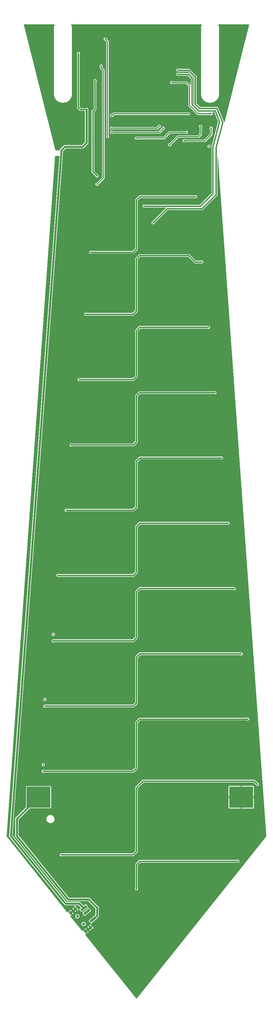
<source format=gbr>
G04 EAGLE Gerber RS-274X export*
G75*
%MOMM*%
%FSLAX34Y34*%
%LPD*%
%INBottom Copper*%
%IPPOS*%
%AMOC8*
5,1,8,0,0,1.08239X$1,22.5*%
G01*
%ADD10R,7.300000X6.400000*%
%ADD11R,2.209800X0.762000*%
%ADD12C,0.889000*%
%ADD13R,0.812800X0.990600*%
%ADD14C,0.525000*%
%ADD15C,0.406400*%
%ADD16C,0.609600*%
%ADD17C,0.304800*%

G36*
X48Y-2996292D02*
X48Y-2996292D01*
X64Y-2996293D01*
X167Y-2996267D01*
X272Y-2996245D01*
X285Y-2996237D01*
X300Y-2996233D01*
X390Y-2996175D01*
X482Y-2996120D01*
X496Y-2996106D01*
X505Y-2996100D01*
X519Y-2996082D01*
X585Y-2996015D01*
X397733Y-2499580D01*
X397773Y-2499508D01*
X397821Y-2499440D01*
X397832Y-2499402D01*
X397852Y-2499368D01*
X397867Y-2499286D01*
X397891Y-2499207D01*
X397892Y-2499151D01*
X397897Y-2499128D01*
X397894Y-2499106D01*
X397895Y-2499059D01*
X249401Y-420149D01*
X249379Y-420056D01*
X249364Y-419962D01*
X249351Y-419938D01*
X249345Y-419912D01*
X249294Y-419831D01*
X249249Y-419747D01*
X249229Y-419728D01*
X249215Y-419705D01*
X249140Y-419645D01*
X249070Y-419580D01*
X249046Y-419569D01*
X249025Y-419552D01*
X248935Y-419518D01*
X248848Y-419479D01*
X248821Y-419476D01*
X248796Y-419467D01*
X248701Y-419464D01*
X248605Y-419455D01*
X248579Y-419461D01*
X248552Y-419460D01*
X248461Y-419488D01*
X248368Y-419510D01*
X248345Y-419524D01*
X248319Y-419532D01*
X248242Y-419588D01*
X248160Y-419639D01*
X248143Y-419660D01*
X248122Y-419675D01*
X248066Y-419753D01*
X248005Y-419827D01*
X247996Y-419852D01*
X247980Y-419874D01*
X247953Y-419966D01*
X247919Y-420056D01*
X247916Y-420091D01*
X247911Y-420108D01*
X247909Y-420155D01*
X247905Y-420203D01*
X247905Y-535084D01*
X202344Y-580645D01*
X95974Y-580645D01*
X95878Y-580661D01*
X95781Y-580670D01*
X95758Y-580680D01*
X95733Y-580684D01*
X95647Y-580730D01*
X95558Y-580771D01*
X95533Y-580792D01*
X95518Y-580799D01*
X95501Y-580818D01*
X95444Y-580864D01*
X55677Y-620631D01*
X55620Y-620711D01*
X55558Y-620786D01*
X55550Y-620809D01*
X55535Y-620830D01*
X55507Y-620923D01*
X55496Y-620951D01*
X55483Y-620979D01*
X55483Y-620987D01*
X55472Y-621014D01*
X55469Y-621047D01*
X55464Y-621063D01*
X55465Y-621088D01*
X55458Y-621161D01*
X55458Y-621689D01*
X52729Y-624418D01*
X48871Y-624418D01*
X46142Y-621689D01*
X46142Y-617831D01*
X48871Y-615102D01*
X49399Y-615102D01*
X49495Y-615086D01*
X49592Y-615077D01*
X49615Y-615067D01*
X49640Y-615063D01*
X49726Y-615017D01*
X49815Y-614976D01*
X49840Y-614955D01*
X49855Y-614948D01*
X49872Y-614929D01*
X49929Y-614883D01*
X89696Y-575116D01*
X90508Y-574304D01*
X90551Y-574244D01*
X90601Y-574190D01*
X90621Y-574146D01*
X90650Y-574105D01*
X90671Y-574035D01*
X90702Y-573968D01*
X90707Y-573919D01*
X90721Y-573872D01*
X90718Y-573799D01*
X90726Y-573725D01*
X90715Y-573677D01*
X90713Y-573628D01*
X90687Y-573559D01*
X90670Y-573488D01*
X90644Y-573446D01*
X90627Y-573400D01*
X90581Y-573343D01*
X90542Y-573280D01*
X90504Y-573249D01*
X90472Y-573211D01*
X90410Y-573172D01*
X90353Y-573125D01*
X90307Y-573108D01*
X90265Y-573082D01*
X90194Y-573065D01*
X90125Y-573039D01*
X90052Y-573032D01*
X90028Y-573026D01*
X90011Y-573028D01*
X89978Y-573025D01*
X25693Y-573025D01*
X25596Y-573041D01*
X25499Y-573050D01*
X25477Y-573060D01*
X25452Y-573064D01*
X25366Y-573110D01*
X25277Y-573151D01*
X25251Y-573172D01*
X25237Y-573179D01*
X25220Y-573198D01*
X25163Y-573244D01*
X24789Y-573618D01*
X20931Y-573618D01*
X18202Y-570889D01*
X18202Y-567031D01*
X20931Y-564302D01*
X24789Y-564302D01*
X25163Y-564676D01*
X25242Y-564733D01*
X25317Y-564795D01*
X25341Y-564803D01*
X25361Y-564818D01*
X25455Y-564846D01*
X25546Y-564881D01*
X25579Y-564884D01*
X25595Y-564889D01*
X25620Y-564888D01*
X25693Y-564895D01*
X193586Y-564895D01*
X193682Y-564879D01*
X193779Y-564870D01*
X193802Y-564860D01*
X193827Y-564856D01*
X193913Y-564810D01*
X194002Y-564769D01*
X194027Y-564748D01*
X194042Y-564741D01*
X194059Y-564722D01*
X194116Y-564676D01*
X229396Y-529396D01*
X229453Y-529316D01*
X229515Y-529241D01*
X229523Y-529218D01*
X229538Y-529197D01*
X229566Y-529104D01*
X229601Y-529013D01*
X229604Y-528980D01*
X229609Y-528964D01*
X229608Y-528939D01*
X229615Y-528866D01*
X229615Y-389934D01*
X229615Y-389931D01*
X229615Y-389928D01*
X229595Y-389812D01*
X229576Y-389693D01*
X229574Y-389690D01*
X229574Y-389687D01*
X229511Y-389553D01*
X229323Y-389235D01*
X229591Y-388196D01*
X229593Y-388175D01*
X229601Y-388156D01*
X229615Y-388009D01*
X229615Y-386936D01*
X229877Y-386675D01*
X229879Y-386672D01*
X229881Y-386670D01*
X229949Y-386574D01*
X230019Y-386476D01*
X230020Y-386473D01*
X230022Y-386471D01*
X230072Y-386332D01*
X249679Y-310357D01*
X249682Y-310321D01*
X249694Y-310287D01*
X249693Y-310200D01*
X249701Y-310114D01*
X249692Y-310079D01*
X249692Y-310043D01*
X249653Y-309901D01*
X238693Y-281405D01*
X238688Y-281397D01*
X238686Y-281388D01*
X238627Y-281292D01*
X238570Y-281195D01*
X238562Y-281188D01*
X238558Y-281180D01*
X238470Y-281109D01*
X238385Y-281035D01*
X238376Y-281031D01*
X238369Y-281025D01*
X238264Y-280986D01*
X238159Y-280943D01*
X238150Y-280943D01*
X238141Y-280939D01*
X237994Y-280925D01*
X232171Y-280925D01*
X232098Y-280937D01*
X232025Y-280939D01*
X231979Y-280956D01*
X231930Y-280964D01*
X231865Y-280999D01*
X231796Y-281025D01*
X231758Y-281056D01*
X231715Y-281079D01*
X231664Y-281133D01*
X231608Y-281180D01*
X231581Y-281222D01*
X231548Y-281257D01*
X231517Y-281324D01*
X231479Y-281387D01*
X231467Y-281435D01*
X231447Y-281480D01*
X231440Y-281553D01*
X231423Y-281624D01*
X231428Y-281673D01*
X231423Y-281723D01*
X231440Y-281794D01*
X231447Y-281867D01*
X231467Y-281912D01*
X231478Y-281960D01*
X231517Y-282023D01*
X231547Y-282090D01*
X231594Y-282146D01*
X231607Y-282168D01*
X231620Y-282178D01*
X231641Y-282204D01*
X233258Y-283821D01*
X233258Y-287679D01*
X230529Y-290408D01*
X226671Y-290408D01*
X225789Y-289526D01*
X225710Y-289469D01*
X225635Y-289407D01*
X225611Y-289399D01*
X225591Y-289384D01*
X225497Y-289356D01*
X225406Y-289321D01*
X225373Y-289318D01*
X225357Y-289313D01*
X225332Y-289314D01*
X225259Y-289307D01*
X186487Y-289307D01*
X159003Y-261823D01*
X159003Y-201174D01*
X158987Y-201077D01*
X158978Y-200980D01*
X158968Y-200958D01*
X158964Y-200933D01*
X158918Y-200847D01*
X158877Y-200758D01*
X158856Y-200732D01*
X158849Y-200718D01*
X158830Y-200701D01*
X158784Y-200644D01*
X152416Y-194276D01*
X152337Y-194219D01*
X152262Y-194157D01*
X152238Y-194149D01*
X152218Y-194134D01*
X152125Y-194106D01*
X152033Y-194071D01*
X152000Y-194068D01*
X151984Y-194063D01*
X151959Y-194064D01*
X151886Y-194057D01*
X111291Y-194057D01*
X111194Y-194073D01*
X111097Y-194082D01*
X111075Y-194092D01*
X111050Y-194096D01*
X110964Y-194142D01*
X110875Y-194183D01*
X110849Y-194204D01*
X110835Y-194211D01*
X110818Y-194230D01*
X110761Y-194276D01*
X109879Y-195158D01*
X106021Y-195158D01*
X103292Y-192429D01*
X103292Y-188571D01*
X106021Y-185842D01*
X109879Y-185842D01*
X110761Y-186724D01*
X110840Y-186781D01*
X110915Y-186843D01*
X110939Y-186851D01*
X110959Y-186866D01*
X111053Y-186894D01*
X111144Y-186929D01*
X111177Y-186932D01*
X111193Y-186937D01*
X111218Y-186936D01*
X111291Y-186943D01*
X155143Y-186943D01*
X157446Y-189246D01*
X164836Y-196636D01*
X164896Y-196679D01*
X164950Y-196729D01*
X164994Y-196750D01*
X165035Y-196778D01*
X165105Y-196800D01*
X165172Y-196830D01*
X165221Y-196835D01*
X165268Y-196849D01*
X165341Y-196847D01*
X165415Y-196854D01*
X165463Y-196843D01*
X165512Y-196841D01*
X165581Y-196816D01*
X165652Y-196799D01*
X165694Y-196773D01*
X165740Y-196756D01*
X165797Y-196709D01*
X165860Y-196670D01*
X165891Y-196632D01*
X165929Y-196601D01*
X165968Y-196538D01*
X166015Y-196482D01*
X166032Y-196436D01*
X166058Y-196394D01*
X166075Y-196322D01*
X166101Y-196253D01*
X166108Y-196180D01*
X166114Y-196156D01*
X166112Y-196140D01*
X166115Y-196106D01*
X166115Y-178524D01*
X166099Y-178428D01*
X166090Y-178331D01*
X166080Y-178308D01*
X166076Y-178283D01*
X166030Y-178197D01*
X165989Y-178108D01*
X165968Y-178083D01*
X165961Y-178068D01*
X165942Y-178051D01*
X165896Y-177994D01*
X157286Y-169384D01*
X157206Y-169327D01*
X157131Y-169265D01*
X157108Y-169257D01*
X157087Y-169242D01*
X156994Y-169214D01*
X156903Y-169179D01*
X156870Y-169176D01*
X156854Y-169171D01*
X156829Y-169172D01*
X156756Y-169165D01*
X129833Y-169165D01*
X129736Y-169181D01*
X129639Y-169190D01*
X129617Y-169200D01*
X129592Y-169204D01*
X129506Y-169250D01*
X129417Y-169291D01*
X129391Y-169312D01*
X129377Y-169319D01*
X129360Y-169338D01*
X129303Y-169384D01*
X128929Y-169758D01*
X125071Y-169758D01*
X122342Y-167029D01*
X122342Y-163171D01*
X125071Y-160442D01*
X128929Y-160442D01*
X129303Y-160816D01*
X129382Y-160873D01*
X129457Y-160935D01*
X129481Y-160943D01*
X129501Y-160958D01*
X129595Y-160986D01*
X129686Y-161021D01*
X129719Y-161024D01*
X129735Y-161029D01*
X129760Y-161028D01*
X129833Y-161035D01*
X160434Y-161035D01*
X174245Y-174846D01*
X174245Y-254546D01*
X174261Y-254642D01*
X174270Y-254739D01*
X174280Y-254762D01*
X174284Y-254787D01*
X174331Y-254873D01*
X174371Y-254962D01*
X174392Y-254987D01*
X174399Y-255002D01*
X174418Y-255019D01*
X174464Y-255076D01*
X174996Y-255608D01*
X175056Y-255651D01*
X175110Y-255701D01*
X175154Y-255721D01*
X175195Y-255750D01*
X175265Y-255771D01*
X175332Y-255802D01*
X175381Y-255807D01*
X175428Y-255821D01*
X175501Y-255818D01*
X175575Y-255826D01*
X175623Y-255815D01*
X175672Y-255813D01*
X175741Y-255787D01*
X175812Y-255770D01*
X175854Y-255744D01*
X175900Y-255727D01*
X175957Y-255681D01*
X176020Y-255642D01*
X176051Y-255604D01*
X176089Y-255572D01*
X176128Y-255510D01*
X176175Y-255453D01*
X176192Y-255407D01*
X176218Y-255365D01*
X176235Y-255294D01*
X176261Y-255225D01*
X176268Y-255152D01*
X176274Y-255128D01*
X176272Y-255111D01*
X176275Y-255078D01*
X176275Y-174714D01*
X176259Y-174618D01*
X176250Y-174521D01*
X176240Y-174498D01*
X176236Y-174473D01*
X176190Y-174387D01*
X176149Y-174298D01*
X176128Y-174273D01*
X176121Y-174258D01*
X176102Y-174241D01*
X176056Y-174184D01*
X158556Y-156684D01*
X158476Y-156627D01*
X158401Y-156565D01*
X158378Y-156557D01*
X158357Y-156542D01*
X158264Y-156514D01*
X158173Y-156479D01*
X158140Y-156476D01*
X158124Y-156471D01*
X158099Y-156472D01*
X158026Y-156465D01*
X129833Y-156465D01*
X129736Y-156481D01*
X129639Y-156490D01*
X129617Y-156500D01*
X129592Y-156504D01*
X129506Y-156550D01*
X129417Y-156591D01*
X129391Y-156612D01*
X129377Y-156619D01*
X129360Y-156638D01*
X129303Y-156684D01*
X128929Y-157058D01*
X125071Y-157058D01*
X122342Y-154329D01*
X122342Y-150471D01*
X125071Y-147742D01*
X128929Y-147742D01*
X129303Y-148116D01*
X129382Y-148173D01*
X129457Y-148235D01*
X129481Y-148243D01*
X129501Y-148258D01*
X129595Y-148286D01*
X129686Y-148321D01*
X129719Y-148324D01*
X129735Y-148329D01*
X129760Y-148328D01*
X129833Y-148335D01*
X161704Y-148335D01*
X184405Y-171036D01*
X184405Y-254546D01*
X184421Y-254642D01*
X184430Y-254739D01*
X184440Y-254762D01*
X184444Y-254787D01*
X184490Y-254873D01*
X184531Y-254962D01*
X184552Y-254987D01*
X184559Y-255002D01*
X184578Y-255019D01*
X184624Y-255076D01*
X194504Y-264956D01*
X194584Y-265013D01*
X194659Y-265075D01*
X194682Y-265083D01*
X194703Y-265098D01*
X194796Y-265126D01*
X194887Y-265161D01*
X194920Y-265164D01*
X194936Y-265169D01*
X194961Y-265168D01*
X195034Y-265175D01*
X245428Y-265175D01*
X245499Y-265163D01*
X245571Y-265161D01*
X245644Y-265140D01*
X245668Y-265136D01*
X245683Y-265128D01*
X245713Y-265119D01*
X246389Y-264840D01*
X247055Y-265118D01*
X247127Y-265135D01*
X247196Y-265161D01*
X247268Y-265168D01*
X247292Y-265174D01*
X247309Y-265172D01*
X247343Y-265175D01*
X248064Y-265175D01*
X248581Y-265692D01*
X248640Y-265735D01*
X248692Y-265784D01*
X248759Y-265820D01*
X248779Y-265835D01*
X248794Y-265839D01*
X248822Y-265854D01*
X249498Y-266135D01*
X249772Y-266802D01*
X249811Y-266865D01*
X249841Y-266932D01*
X249887Y-266989D01*
X249900Y-267010D01*
X249914Y-267020D01*
X249935Y-267047D01*
X250445Y-267556D01*
X250445Y-268288D01*
X250448Y-268308D01*
X250446Y-268325D01*
X250457Y-268371D01*
X250459Y-268431D01*
X250480Y-268504D01*
X250484Y-268528D01*
X250492Y-268543D01*
X250501Y-268573D01*
X267795Y-310573D01*
X267808Y-310594D01*
X267840Y-310663D01*
X268589Y-311957D01*
X268639Y-312018D01*
X268682Y-312085D01*
X268716Y-312112D01*
X268744Y-312145D01*
X268811Y-312187D01*
X268873Y-312236D01*
X268914Y-312251D01*
X268951Y-312274D01*
X269028Y-312292D01*
X269103Y-312319D01*
X269146Y-312319D01*
X269189Y-312329D01*
X269268Y-312321D01*
X269347Y-312323D01*
X269388Y-312309D01*
X269432Y-312305D01*
X269504Y-312272D01*
X269579Y-312248D01*
X269614Y-312222D01*
X269654Y-312204D01*
X269711Y-312150D01*
X269775Y-312103D01*
X269800Y-312067D01*
X269832Y-312037D01*
X269869Y-311967D01*
X269914Y-311902D01*
X269935Y-311843D01*
X269947Y-311822D01*
X269950Y-311802D01*
X269964Y-311763D01*
X344684Y-12882D01*
X344694Y-12767D01*
X344705Y-12651D01*
X344704Y-12645D01*
X344704Y-12639D01*
X344676Y-12527D01*
X344650Y-12414D01*
X344646Y-12408D01*
X344645Y-12402D01*
X344582Y-12305D01*
X344521Y-12206D01*
X344516Y-12202D01*
X344513Y-12197D01*
X344422Y-12125D01*
X344333Y-12052D01*
X344327Y-12049D01*
X344321Y-12045D01*
X344212Y-12006D01*
X344104Y-11965D01*
X344096Y-11965D01*
X344092Y-11963D01*
X344077Y-11963D01*
X343957Y-11951D01*
X250766Y-11951D01*
X250734Y-11956D01*
X250701Y-11954D01*
X250614Y-11976D01*
X250525Y-11990D01*
X250496Y-12006D01*
X250464Y-12014D01*
X250389Y-12063D01*
X250310Y-12105D01*
X250287Y-12129D01*
X250260Y-12147D01*
X250204Y-12218D01*
X250143Y-12284D01*
X250129Y-12313D01*
X250109Y-12339D01*
X250079Y-12424D01*
X250042Y-12506D01*
X250039Y-12538D01*
X250028Y-12569D01*
X250027Y-12659D01*
X250018Y-12749D01*
X250026Y-12780D01*
X250025Y-12813D01*
X250062Y-12956D01*
X252533Y-19745D01*
X252533Y-229455D01*
X249212Y-238579D01*
X242971Y-246017D01*
X234562Y-250871D01*
X225000Y-252557D01*
X215438Y-250871D01*
X207029Y-246017D01*
X200788Y-238579D01*
X197467Y-229455D01*
X197467Y-19745D01*
X199938Y-12956D01*
X199944Y-12924D01*
X199958Y-12894D01*
X199967Y-12805D01*
X199983Y-12716D01*
X199979Y-12684D01*
X199982Y-12651D01*
X199961Y-12564D01*
X199949Y-12475D01*
X199934Y-12446D01*
X199927Y-12414D01*
X199879Y-12337D01*
X199839Y-12257D01*
X199815Y-12234D01*
X199798Y-12206D01*
X199729Y-12149D01*
X199664Y-12086D01*
X199635Y-12072D01*
X199609Y-12052D01*
X199525Y-12020D01*
X199444Y-11981D01*
X199412Y-11977D01*
X199381Y-11965D01*
X199234Y-11951D01*
X-199234Y-11951D01*
X-199266Y-11956D01*
X-199299Y-11954D01*
X-199386Y-11976D01*
X-199475Y-11990D01*
X-199504Y-12006D01*
X-199536Y-12014D01*
X-199611Y-12063D01*
X-199690Y-12105D01*
X-199713Y-12129D01*
X-199740Y-12147D01*
X-199796Y-12218D01*
X-199857Y-12284D01*
X-199871Y-12313D01*
X-199891Y-12339D01*
X-199921Y-12424D01*
X-199958Y-12506D01*
X-199961Y-12538D01*
X-199972Y-12569D01*
X-199973Y-12659D01*
X-199982Y-12749D01*
X-199974Y-12780D01*
X-199975Y-12813D01*
X-199938Y-12956D01*
X-197467Y-19745D01*
X-197467Y-229455D01*
X-200788Y-238579D01*
X-207029Y-246017D01*
X-215438Y-250871D01*
X-225000Y-252557D01*
X-234562Y-250871D01*
X-242971Y-246017D01*
X-249212Y-238579D01*
X-252533Y-229455D01*
X-252533Y-19745D01*
X-250062Y-12956D01*
X-250056Y-12924D01*
X-250042Y-12894D01*
X-250033Y-12805D01*
X-250017Y-12716D01*
X-250021Y-12684D01*
X-250018Y-12651D01*
X-250039Y-12564D01*
X-250051Y-12475D01*
X-250066Y-12446D01*
X-250073Y-12414D01*
X-250121Y-12337D01*
X-250161Y-12257D01*
X-250185Y-12234D01*
X-250202Y-12206D01*
X-250271Y-12149D01*
X-250336Y-12086D01*
X-250365Y-12072D01*
X-250391Y-12052D01*
X-250475Y-12020D01*
X-250556Y-11981D01*
X-250588Y-11977D01*
X-250619Y-11965D01*
X-250766Y-11951D01*
X-343957Y-11951D01*
X-344072Y-11970D01*
X-344186Y-11986D01*
X-344192Y-11989D01*
X-344198Y-11990D01*
X-344300Y-12045D01*
X-344403Y-12098D01*
X-344408Y-12102D01*
X-344413Y-12105D01*
X-344492Y-12190D01*
X-344573Y-12273D01*
X-344576Y-12279D01*
X-344580Y-12284D01*
X-344628Y-12388D01*
X-344678Y-12493D01*
X-344678Y-12500D01*
X-344681Y-12506D01*
X-344692Y-12621D01*
X-344706Y-12736D01*
X-344705Y-12744D01*
X-344705Y-12749D01*
X-344702Y-12763D01*
X-344684Y-12882D01*
X-248542Y-397450D01*
X-248520Y-397500D01*
X-248508Y-397554D01*
X-248472Y-397612D01*
X-248445Y-397674D01*
X-248408Y-397715D01*
X-248379Y-397762D01*
X-248327Y-397804D01*
X-248282Y-397855D01*
X-248233Y-397881D01*
X-248191Y-397917D01*
X-248128Y-397940D01*
X-248068Y-397973D01*
X-248014Y-397983D01*
X-247962Y-398003D01*
X-247842Y-398015D01*
X-247828Y-398017D01*
X-247824Y-398016D01*
X-247815Y-398017D01*
X-235416Y-398017D01*
X-235299Y-397998D01*
X-235182Y-397980D01*
X-235179Y-397978D01*
X-235175Y-397978D01*
X-235071Y-397922D01*
X-234965Y-397867D01*
X-234963Y-397864D01*
X-234960Y-397863D01*
X-234879Y-397776D01*
X-234797Y-397690D01*
X-234795Y-397687D01*
X-234793Y-397685D01*
X-234744Y-397577D01*
X-234694Y-397469D01*
X-234693Y-397465D01*
X-234692Y-397462D01*
X-234691Y-397454D01*
X-234669Y-397323D01*
X-234648Y-397045D01*
X-234650Y-397027D01*
X-234646Y-396990D01*
X-234646Y-395084D01*
X-234600Y-395037D01*
X-234578Y-394989D01*
X-234547Y-394946D01*
X-234527Y-394879D01*
X-234497Y-394815D01*
X-234484Y-394737D01*
X-233046Y-393498D01*
X-233034Y-393484D01*
X-233005Y-393460D01*
X-221814Y-382269D01*
X-167515Y-382269D01*
X-167419Y-382253D01*
X-167322Y-382244D01*
X-167299Y-382234D01*
X-167274Y-382230D01*
X-167188Y-382184D01*
X-167099Y-382143D01*
X-167074Y-382122D01*
X-167059Y-382115D01*
X-167042Y-382096D01*
X-166985Y-382050D01*
X-157700Y-372765D01*
X-157643Y-372686D01*
X-157581Y-372610D01*
X-157573Y-372587D01*
X-157558Y-372567D01*
X-157530Y-372473D01*
X-157495Y-372382D01*
X-157492Y-372349D01*
X-157487Y-372333D01*
X-157488Y-372308D01*
X-157481Y-372235D01*
X-157481Y-277864D01*
X-157485Y-277840D01*
X-157482Y-277815D01*
X-157504Y-277720D01*
X-157520Y-277623D01*
X-157532Y-277602D01*
X-157538Y-277578D01*
X-157589Y-277494D01*
X-157635Y-277408D01*
X-157653Y-277391D01*
X-157666Y-277370D01*
X-157742Y-277308D01*
X-157813Y-277241D01*
X-157836Y-277231D01*
X-157855Y-277215D01*
X-157946Y-277181D01*
X-158036Y-277140D01*
X-158060Y-277138D01*
X-158083Y-277129D01*
X-158230Y-277115D01*
X-173134Y-277115D01*
X-181865Y-268384D01*
X-181865Y-104433D01*
X-181881Y-104336D01*
X-181890Y-104239D01*
X-181900Y-104217D01*
X-181904Y-104192D01*
X-181950Y-104106D01*
X-181991Y-104017D01*
X-182012Y-103991D01*
X-182019Y-103977D01*
X-182038Y-103960D01*
X-182084Y-103903D01*
X-182458Y-103529D01*
X-182458Y-99671D01*
X-179729Y-96942D01*
X-175871Y-96942D01*
X-173142Y-99671D01*
X-173142Y-103529D01*
X-173516Y-103903D01*
X-173573Y-103982D01*
X-173635Y-104057D01*
X-173643Y-104081D01*
X-173658Y-104101D01*
X-173686Y-104195D01*
X-173721Y-104286D01*
X-173724Y-104319D01*
X-173729Y-104335D01*
X-173728Y-104360D01*
X-173735Y-104433D01*
X-173735Y-264706D01*
X-173719Y-264802D01*
X-173710Y-264899D01*
X-173700Y-264922D01*
X-173696Y-264947D01*
X-173650Y-265033D01*
X-173609Y-265122D01*
X-173588Y-265147D01*
X-173581Y-265162D01*
X-173562Y-265179D01*
X-173516Y-265236D01*
X-169986Y-268766D01*
X-169906Y-268823D01*
X-169831Y-268885D01*
X-169808Y-268893D01*
X-169787Y-268908D01*
X-169694Y-268936D01*
X-169603Y-268971D01*
X-169570Y-268974D01*
X-169554Y-268979D01*
X-169529Y-268978D01*
X-169456Y-268985D01*
X-155831Y-268985D01*
X-155735Y-268969D01*
X-155638Y-268960D01*
X-155615Y-268950D01*
X-155590Y-268946D01*
X-155504Y-268900D01*
X-155415Y-268859D01*
X-155390Y-268838D01*
X-155375Y-268831D01*
X-155358Y-268812D01*
X-155301Y-268766D01*
X-154504Y-267969D01*
X-150296Y-267969D01*
X-147319Y-270946D01*
X-147319Y-376754D01*
X-162996Y-392431D01*
X-217295Y-392431D01*
X-217391Y-392447D01*
X-217488Y-392456D01*
X-217511Y-392466D01*
X-217536Y-392470D01*
X-217622Y-392516D01*
X-217711Y-392557D01*
X-217736Y-392578D01*
X-217751Y-392585D01*
X-217768Y-392604D01*
X-217825Y-392650D01*
X-224441Y-399266D01*
X-224482Y-399323D01*
X-224530Y-399374D01*
X-224552Y-399422D01*
X-224583Y-399465D01*
X-224603Y-399532D01*
X-224633Y-399595D01*
X-224647Y-399674D01*
X-224654Y-399698D01*
X-224654Y-399713D01*
X-224658Y-399741D01*
X-379912Y-2495661D01*
X-379904Y-2495746D01*
X-379905Y-2495832D01*
X-379893Y-2495867D01*
X-379890Y-2495904D01*
X-379855Y-2495982D01*
X-379828Y-2496064D01*
X-379800Y-2496107D01*
X-379791Y-2496127D01*
X-379776Y-2496143D01*
X-379747Y-2496187D01*
X-219106Y-2694703D01*
X-219089Y-2694718D01*
X-219054Y-2694761D01*
X-214015Y-2699800D01*
X-213936Y-2699857D01*
X-213860Y-2699919D01*
X-213837Y-2699927D01*
X-213817Y-2699942D01*
X-213723Y-2699970D01*
X-213632Y-2700005D01*
X-213599Y-2700008D01*
X-213583Y-2700013D01*
X-213558Y-2700012D01*
X-213485Y-2700019D01*
X-173209Y-2700019D01*
X-162174Y-2711055D01*
X-162086Y-2711117D01*
X-162002Y-2711183D01*
X-161988Y-2711188D01*
X-161975Y-2711197D01*
X-161873Y-2711228D01*
X-161771Y-2711263D01*
X-161756Y-2711263D01*
X-161742Y-2711268D01*
X-161635Y-2711264D01*
X-161527Y-2711265D01*
X-161513Y-2711260D01*
X-161498Y-2711260D01*
X-161397Y-2711222D01*
X-161296Y-2711188D01*
X-161280Y-2711178D01*
X-161270Y-2711174D01*
X-161252Y-2711160D01*
X-161172Y-2711107D01*
X-155949Y-2706877D01*
X-154274Y-2707053D01*
X-148419Y-2714284D01*
X-148595Y-2715958D01*
X-167077Y-2730925D01*
X-168752Y-2730749D01*
X-174607Y-2723518D01*
X-174431Y-2721843D01*
X-170284Y-2718485D01*
X-170242Y-2718438D01*
X-170192Y-2718397D01*
X-170161Y-2718347D01*
X-170122Y-2718303D01*
X-170097Y-2718244D01*
X-170063Y-2718190D01*
X-170050Y-2718133D01*
X-170027Y-2718078D01*
X-170022Y-2718015D01*
X-170008Y-2717953D01*
X-170014Y-2717894D01*
X-170009Y-2717835D01*
X-170025Y-2717773D01*
X-170031Y-2717710D01*
X-170056Y-2717656D01*
X-170071Y-2717599D01*
X-170106Y-2717546D01*
X-170132Y-2717488D01*
X-170193Y-2717414D01*
X-170205Y-2717395D01*
X-170213Y-2717388D01*
X-170226Y-2717373D01*
X-177199Y-2710400D01*
X-177278Y-2710343D01*
X-177353Y-2710281D01*
X-177377Y-2710273D01*
X-177397Y-2710258D01*
X-177490Y-2710230D01*
X-177582Y-2710195D01*
X-177615Y-2710192D01*
X-177631Y-2710187D01*
X-177655Y-2710188D01*
X-177728Y-2710181D01*
X-218004Y-2710181D01*
X-221200Y-2706985D01*
X-224997Y-2703188D01*
X-225044Y-2703154D01*
X-225085Y-2703113D01*
X-225143Y-2703084D01*
X-225195Y-2703046D01*
X-225251Y-2703029D01*
X-225303Y-2703003D01*
X-225411Y-2702981D01*
X-225429Y-2702975D01*
X-225436Y-2702976D01*
X-225448Y-2702973D01*
X-225489Y-2702969D01*
X-226620Y-2701571D01*
X-226637Y-2701556D01*
X-226672Y-2701513D01*
X-227944Y-2700241D01*
X-227944Y-2700200D01*
X-227953Y-2700143D01*
X-227953Y-2700084D01*
X-227973Y-2700023D01*
X-227984Y-2699959D01*
X-228011Y-2699908D01*
X-228030Y-2699852D01*
X-228090Y-2699761D01*
X-228099Y-2699744D01*
X-228104Y-2699739D01*
X-228111Y-2699729D01*
X-389041Y-2500855D01*
X-389047Y-2500850D01*
X-389056Y-2500837D01*
X-390412Y-2499265D01*
X-390430Y-2499223D01*
X-390211Y-2497146D01*
X-390212Y-2497138D01*
X-390209Y-2497123D01*
X-236022Y-415587D01*
X-236026Y-415535D01*
X-236021Y-415483D01*
X-236037Y-415415D01*
X-236043Y-415344D01*
X-236064Y-415297D01*
X-236076Y-415246D01*
X-236114Y-415186D01*
X-236142Y-415121D01*
X-236177Y-415083D01*
X-236205Y-415038D01*
X-236260Y-414994D01*
X-236307Y-414942D01*
X-236353Y-414917D01*
X-236393Y-414883D01*
X-236460Y-414859D01*
X-236522Y-414825D01*
X-236573Y-414816D01*
X-236622Y-414797D01*
X-236753Y-414784D01*
X-236762Y-414783D01*
X-236764Y-414783D01*
X-236769Y-414783D01*
X-248320Y-414783D01*
X-248440Y-414803D01*
X-248557Y-414821D01*
X-248559Y-414822D01*
X-248561Y-414822D01*
X-248667Y-414879D01*
X-248772Y-414935D01*
X-248774Y-414936D01*
X-248776Y-414937D01*
X-248858Y-415024D01*
X-248940Y-415111D01*
X-248942Y-415114D01*
X-248943Y-415115D01*
X-248992Y-415224D01*
X-249043Y-415333D01*
X-249043Y-415336D01*
X-249044Y-415338D01*
X-249045Y-415344D01*
X-249068Y-415479D01*
X-397895Y-2499059D01*
X-397887Y-2499141D01*
X-397888Y-2499224D01*
X-397876Y-2499262D01*
X-397872Y-2499302D01*
X-397839Y-2499378D01*
X-397813Y-2499456D01*
X-397782Y-2499504D01*
X-397773Y-2499525D01*
X-397759Y-2499540D01*
X-397733Y-2499580D01*
X-211936Y-2731826D01*
X-211862Y-2731893D01*
X-211792Y-2731964D01*
X-211772Y-2731974D01*
X-211755Y-2731989D01*
X-211663Y-2732028D01*
X-211574Y-2732073D01*
X-211551Y-2732076D01*
X-211531Y-2732085D01*
X-211431Y-2732093D01*
X-211332Y-2732107D01*
X-211310Y-2732102D01*
X-211287Y-2732104D01*
X-211191Y-2732079D01*
X-211093Y-2732061D01*
X-211073Y-2732050D01*
X-211051Y-2732044D01*
X-210967Y-2731990D01*
X-210880Y-2731940D01*
X-210865Y-2731923D01*
X-210846Y-2731911D01*
X-210784Y-2731833D01*
X-210718Y-2731758D01*
X-210705Y-2731732D01*
X-210695Y-2731719D01*
X-210687Y-2731696D01*
X-210652Y-2731626D01*
X-210447Y-2731093D01*
X-210054Y-2730551D01*
X-207801Y-2728727D01*
X-203557Y-2733968D01*
X-203538Y-2733984D01*
X-203525Y-2734004D01*
X-203448Y-2734065D01*
X-203374Y-2734130D01*
X-203352Y-2734139D01*
X-203332Y-2734154D01*
X-203240Y-2734186D01*
X-203150Y-2734225D01*
X-203125Y-2734226D01*
X-203102Y-2734234D01*
X-203004Y-2734235D01*
X-202906Y-2734242D01*
X-202882Y-2734236D01*
X-202858Y-2734236D01*
X-202765Y-2734205D01*
X-202670Y-2734181D01*
X-202650Y-2734167D01*
X-202626Y-2734160D01*
X-202503Y-2734078D01*
X-201920Y-2733606D01*
X-201918Y-2733607D01*
X-202502Y-2734080D01*
X-202518Y-2734098D01*
X-202539Y-2734111D01*
X-202599Y-2734189D01*
X-202664Y-2734262D01*
X-202674Y-2734285D01*
X-202689Y-2734304D01*
X-202721Y-2734397D01*
X-202759Y-2734487D01*
X-202761Y-2734511D01*
X-202769Y-2734534D01*
X-202769Y-2734632D01*
X-202777Y-2734730D01*
X-202770Y-2734754D01*
X-202771Y-2734778D01*
X-202740Y-2734871D01*
X-202715Y-2734966D01*
X-202702Y-2734987D01*
X-202694Y-2735010D01*
X-202613Y-2735133D01*
X-198369Y-2740374D01*
X-200622Y-2742199D01*
X-201233Y-2742471D01*
X-201901Y-2742577D01*
X-201992Y-2742607D01*
X-202084Y-2742630D01*
X-202107Y-2742645D01*
X-202133Y-2742654D01*
X-202209Y-2742711D01*
X-202289Y-2742763D01*
X-202306Y-2742785D01*
X-202327Y-2742801D01*
X-202381Y-2742880D01*
X-202440Y-2742955D01*
X-202449Y-2742980D01*
X-202464Y-2743003D01*
X-202489Y-2743095D01*
X-202521Y-2743185D01*
X-202522Y-2743212D01*
X-202529Y-2743238D01*
X-202523Y-2743333D01*
X-202525Y-2743429D01*
X-202516Y-2743455D01*
X-202515Y-2743482D01*
X-202479Y-2743570D01*
X-202449Y-2743661D01*
X-202430Y-2743691D01*
X-202423Y-2743708D01*
X-202407Y-2743726D01*
X-202369Y-2743785D01*
X-166106Y-2789114D01*
X-166049Y-2789165D01*
X-166000Y-2789222D01*
X-165959Y-2789246D01*
X-165924Y-2789277D01*
X-165855Y-2789307D01*
X-165789Y-2789345D01*
X-165743Y-2789355D01*
X-165700Y-2789373D01*
X-165625Y-2789379D01*
X-165550Y-2789395D01*
X-165504Y-2789389D01*
X-165457Y-2789393D01*
X-165383Y-2789374D01*
X-165308Y-2789365D01*
X-165266Y-2789344D01*
X-165220Y-2789332D01*
X-165157Y-2789291D01*
X-165089Y-2789258D01*
X-165055Y-2789225D01*
X-165016Y-2789199D01*
X-164969Y-2789140D01*
X-164915Y-2789087D01*
X-164894Y-2789045D01*
X-164864Y-2789008D01*
X-164839Y-2788937D01*
X-164805Y-2788869D01*
X-164791Y-2788801D01*
X-164783Y-2788778D01*
X-164783Y-2788760D01*
X-164775Y-2788724D01*
X-164746Y-2788449D01*
X-164507Y-2787824D01*
X-164114Y-2787283D01*
X-161860Y-2785458D01*
X-157616Y-2790699D01*
X-157598Y-2790716D01*
X-157585Y-2790736D01*
X-157507Y-2790796D01*
X-157434Y-2790861D01*
X-157411Y-2790871D01*
X-157392Y-2790886D01*
X-157300Y-2790918D01*
X-157209Y-2790956D01*
X-157185Y-2790958D01*
X-157162Y-2790966D01*
X-157064Y-2790967D01*
X-156966Y-2790974D01*
X-156942Y-2790968D01*
X-156918Y-2790968D01*
X-156825Y-2790937D01*
X-156730Y-2790912D01*
X-156709Y-2790899D01*
X-156686Y-2790891D01*
X-156563Y-2790810D01*
X-155979Y-2790338D01*
X-155978Y-2790339D01*
X-156562Y-2790811D01*
X-156578Y-2790830D01*
X-156598Y-2790843D01*
X-156658Y-2790920D01*
X-156724Y-2790994D01*
X-156733Y-2791016D01*
X-156748Y-2791036D01*
X-156780Y-2791128D01*
X-156819Y-2791219D01*
X-156820Y-2791243D01*
X-156828Y-2791266D01*
X-156829Y-2791364D01*
X-156836Y-2791462D01*
X-156830Y-2791486D01*
X-156830Y-2791510D01*
X-156799Y-2791603D01*
X-156775Y-2791698D01*
X-156761Y-2791718D01*
X-156753Y-2791742D01*
X-156672Y-2791865D01*
X-152428Y-2797106D01*
X-154682Y-2798931D01*
X-155293Y-2799203D01*
X-155953Y-2799307D01*
X-156350Y-2799266D01*
X-156422Y-2799270D01*
X-156493Y-2799264D01*
X-156543Y-2799277D01*
X-156594Y-2799280D01*
X-156660Y-2799307D01*
X-156729Y-2799324D01*
X-156772Y-2799352D01*
X-156820Y-2799372D01*
X-156874Y-2799418D01*
X-156934Y-2799457D01*
X-156966Y-2799498D01*
X-157005Y-2799531D01*
X-157041Y-2799593D01*
X-157085Y-2799649D01*
X-157102Y-2799697D01*
X-157128Y-2799742D01*
X-157143Y-2799812D01*
X-157166Y-2799879D01*
X-157167Y-2799930D01*
X-157177Y-2799981D01*
X-157169Y-2800052D01*
X-157170Y-2800123D01*
X-157154Y-2800172D01*
X-157147Y-2800223D01*
X-157116Y-2800287D01*
X-157094Y-2800355D01*
X-157052Y-2800420D01*
X-157041Y-2800443D01*
X-157030Y-2800454D01*
X-157014Y-2800479D01*
X-585Y-2996015D01*
X-505Y-2996086D01*
X-429Y-2996161D01*
X-415Y-2996168D01*
X-404Y-2996178D01*
X-306Y-2996220D01*
X-209Y-2996266D01*
X-194Y-2996268D01*
X-179Y-2996274D01*
X-73Y-2996282D01*
X33Y-2996295D01*
X48Y-2996292D01*
G37*
%LPC*%
G36*
X-140432Y-2765720D02*
X-140432Y-2765720D01*
X-146287Y-2758490D01*
X-146111Y-2756815D01*
X-131473Y-2744961D01*
X-131458Y-2744944D01*
X-131415Y-2744909D01*
X-125950Y-2739444D01*
X-125893Y-2739365D01*
X-125831Y-2739290D01*
X-125823Y-2739266D01*
X-125808Y-2739246D01*
X-125780Y-2739152D01*
X-125745Y-2739061D01*
X-125742Y-2739028D01*
X-125737Y-2739012D01*
X-125738Y-2738987D01*
X-125731Y-2738914D01*
X-125731Y-2720215D01*
X-125747Y-2720119D01*
X-125756Y-2720022D01*
X-125766Y-2719999D01*
X-125770Y-2719974D01*
X-125816Y-2719888D01*
X-125857Y-2719799D01*
X-125878Y-2719774D01*
X-125885Y-2719759D01*
X-125904Y-2719742D01*
X-125950Y-2719685D01*
X-147935Y-2697700D01*
X-148014Y-2697643D01*
X-148090Y-2697581D01*
X-148113Y-2697573D01*
X-148133Y-2697558D01*
X-148227Y-2697530D01*
X-148318Y-2697495D01*
X-148351Y-2697492D01*
X-148367Y-2697487D01*
X-148392Y-2697488D01*
X-148465Y-2697481D01*
X-207492Y-2697481D01*
X-207549Y-2697490D01*
X-207607Y-2697490D01*
X-207669Y-2697510D01*
X-207733Y-2697520D01*
X-207784Y-2697548D01*
X-207839Y-2697566D01*
X-207932Y-2697627D01*
X-207948Y-2697635D01*
X-207953Y-2697640D01*
X-207962Y-2697647D01*
X-207999Y-2697676D01*
X-209782Y-2697485D01*
X-209805Y-2697486D01*
X-209861Y-2697481D01*
X-211654Y-2697481D01*
X-211687Y-2697448D01*
X-211735Y-2697414D01*
X-211775Y-2697373D01*
X-211833Y-2697343D01*
X-211886Y-2697306D01*
X-211941Y-2697289D01*
X-211993Y-2697263D01*
X-212102Y-2697240D01*
X-212119Y-2697235D01*
X-212126Y-2697235D01*
X-212137Y-2697233D01*
X-212184Y-2697228D01*
X-213309Y-2695832D01*
X-213327Y-2695816D01*
X-213363Y-2695772D01*
X-214631Y-2694505D01*
X-214631Y-2694458D01*
X-214640Y-2694401D01*
X-214640Y-2694343D01*
X-214660Y-2694281D01*
X-214670Y-2694217D01*
X-214698Y-2694166D01*
X-214716Y-2694111D01*
X-214777Y-2694018D01*
X-214785Y-2694002D01*
X-214790Y-2693997D01*
X-214797Y-2693988D01*
X-369520Y-2502131D01*
X-369537Y-2502116D01*
X-369573Y-2502072D01*
X-370841Y-2500804D01*
X-370841Y-2500758D01*
X-370850Y-2500700D01*
X-370850Y-2500643D01*
X-370870Y-2500581D01*
X-370880Y-2500517D01*
X-370908Y-2500466D01*
X-370926Y-2500411D01*
X-370987Y-2500317D01*
X-370995Y-2500302D01*
X-371000Y-2500297D01*
X-371007Y-2500287D01*
X-371036Y-2500251D01*
X-370845Y-2498468D01*
X-370846Y-2498444D01*
X-370841Y-2498388D01*
X-370841Y-2442956D01*
X-338802Y-2410917D01*
X-338745Y-2410838D01*
X-338744Y-2410836D01*
X-338709Y-2410799D01*
X-338704Y-2410787D01*
X-338683Y-2410762D01*
X-338675Y-2410739D01*
X-338660Y-2410719D01*
X-338634Y-2410634D01*
X-338608Y-2410577D01*
X-338607Y-2410559D01*
X-338597Y-2410534D01*
X-338594Y-2410501D01*
X-338589Y-2410485D01*
X-338590Y-2410460D01*
X-338583Y-2410387D01*
X-338583Y-2346508D01*
X-337392Y-2345317D01*
X-262708Y-2345317D01*
X-261517Y-2346508D01*
X-261517Y-2412192D01*
X-262708Y-2413383D01*
X-326587Y-2413383D01*
X-326684Y-2413399D01*
X-326780Y-2413408D01*
X-326803Y-2413418D01*
X-326828Y-2413422D01*
X-326914Y-2413468D01*
X-327003Y-2413509D01*
X-327028Y-2413530D01*
X-327043Y-2413537D01*
X-327060Y-2413556D01*
X-327117Y-2413602D01*
X-360460Y-2446945D01*
X-360517Y-2447024D01*
X-360579Y-2447100D01*
X-360587Y-2447123D01*
X-360602Y-2447143D01*
X-360630Y-2447237D01*
X-360665Y-2447328D01*
X-360668Y-2447361D01*
X-360673Y-2447377D01*
X-360672Y-2447402D01*
X-360679Y-2447475D01*
X-360679Y-2496642D01*
X-360670Y-2496699D01*
X-360670Y-2496757D01*
X-360650Y-2496818D01*
X-360640Y-2496882D01*
X-360612Y-2496934D01*
X-360594Y-2496988D01*
X-360533Y-2497082D01*
X-360525Y-2497098D01*
X-360520Y-2497102D01*
X-360513Y-2497112D01*
X-207345Y-2687040D01*
X-207334Y-2687051D01*
X-207326Y-2687064D01*
X-207243Y-2687132D01*
X-207163Y-2687203D01*
X-207149Y-2687209D01*
X-207137Y-2687219D01*
X-207037Y-2687256D01*
X-206939Y-2687298D01*
X-206923Y-2687299D01*
X-206909Y-2687305D01*
X-206762Y-2687319D01*
X-143946Y-2687319D01*
X-115569Y-2715696D01*
X-115569Y-2743434D01*
X-118765Y-2746629D01*
X-120200Y-2748064D01*
X-120263Y-2748152D01*
X-120329Y-2748236D01*
X-120334Y-2748251D01*
X-120342Y-2748263D01*
X-120374Y-2748366D01*
X-120409Y-2748467D01*
X-120409Y-2748482D01*
X-120413Y-2748496D01*
X-120410Y-2748604D01*
X-120411Y-2748711D01*
X-120406Y-2748725D01*
X-120405Y-2748740D01*
X-120368Y-2748841D01*
X-120334Y-2748942D01*
X-120323Y-2748959D01*
X-120319Y-2748969D01*
X-120305Y-2748986D01*
X-120253Y-2749066D01*
X-120099Y-2749255D01*
X-120275Y-2750930D01*
X-138757Y-2765896D01*
X-140432Y-2765720D01*
G37*
%LPD*%
%LPC*%
G36*
X-231929Y-2560058D02*
X-231929Y-2560058D01*
X-234658Y-2557329D01*
X-234658Y-2553471D01*
X-231929Y-2550742D01*
X-228071Y-2550742D01*
X-227697Y-2551116D01*
X-227618Y-2551173D01*
X-227543Y-2551235D01*
X-227519Y-2551243D01*
X-227499Y-2551258D01*
X-227405Y-2551286D01*
X-227314Y-2551321D01*
X-227281Y-2551324D01*
X-227265Y-2551329D01*
X-227240Y-2551328D01*
X-227167Y-2551335D01*
X-11994Y-2551335D01*
X-11898Y-2551319D01*
X-11801Y-2551310D01*
X-11778Y-2551300D01*
X-11753Y-2551296D01*
X-11667Y-2551250D01*
X-11578Y-2551209D01*
X-11553Y-2551188D01*
X-11538Y-2551181D01*
X-11521Y-2551162D01*
X-11464Y-2551116D01*
X-4284Y-2543936D01*
X-4227Y-2543856D01*
X-4165Y-2543781D01*
X-4157Y-2543758D01*
X-4142Y-2543737D01*
X-4114Y-2543644D01*
X-4079Y-2543553D01*
X-4076Y-2543520D01*
X-4071Y-2543504D01*
X-4072Y-2543479D01*
X-4065Y-2543406D01*
X-4065Y-2348316D01*
X-1464Y-2345716D01*
X18316Y-2325935D01*
X361684Y-2325935D01*
X364284Y-2328536D01*
X370871Y-2335123D01*
X370951Y-2335180D01*
X371026Y-2335242D01*
X371049Y-2335250D01*
X371070Y-2335265D01*
X371163Y-2335293D01*
X371254Y-2335328D01*
X371287Y-2335331D01*
X371303Y-2335336D01*
X371328Y-2335335D01*
X371401Y-2335342D01*
X371929Y-2335342D01*
X374658Y-2338071D01*
X374658Y-2341929D01*
X371929Y-2344658D01*
X368071Y-2344658D01*
X365342Y-2341929D01*
X365342Y-2341401D01*
X365326Y-2341305D01*
X365317Y-2341208D01*
X365307Y-2341185D01*
X365303Y-2341160D01*
X365257Y-2341074D01*
X365216Y-2340985D01*
X365195Y-2340960D01*
X365188Y-2340945D01*
X365169Y-2340928D01*
X365123Y-2340871D01*
X358536Y-2334284D01*
X358456Y-2334227D01*
X358381Y-2334165D01*
X358358Y-2334157D01*
X358337Y-2334142D01*
X358244Y-2334114D01*
X358153Y-2334079D01*
X358120Y-2334076D01*
X358104Y-2334071D01*
X358079Y-2334072D01*
X358006Y-2334065D01*
X21994Y-2334065D01*
X21898Y-2334081D01*
X21801Y-2334090D01*
X21778Y-2334100D01*
X21753Y-2334104D01*
X21667Y-2334150D01*
X21578Y-2334191D01*
X21553Y-2334212D01*
X21538Y-2334219D01*
X21521Y-2334238D01*
X21464Y-2334284D01*
X4284Y-2351464D01*
X4227Y-2351544D01*
X4165Y-2351619D01*
X4157Y-2351642D01*
X4142Y-2351663D01*
X4114Y-2351756D01*
X4079Y-2351847D01*
X4076Y-2351880D01*
X4071Y-2351896D01*
X4072Y-2351921D01*
X4065Y-2351994D01*
X4065Y-2547084D01*
X-5716Y-2556864D01*
X-8316Y-2559465D01*
X-227167Y-2559465D01*
X-227264Y-2559481D01*
X-227361Y-2559490D01*
X-227383Y-2559500D01*
X-227408Y-2559504D01*
X-227494Y-2559550D01*
X-227583Y-2559591D01*
X-227609Y-2559612D01*
X-227623Y-2559619D01*
X-227639Y-2559637D01*
X-227642Y-2559638D01*
X-227645Y-2559642D01*
X-227697Y-2559684D01*
X-228071Y-2560058D01*
X-231929Y-2560058D01*
G37*
%LPD*%
%LPC*%
G36*
X-286929Y-2304658D02*
X-286929Y-2304658D01*
X-289658Y-2301929D01*
X-289658Y-2298071D01*
X-286929Y-2295342D01*
X-283071Y-2295342D01*
X-282697Y-2295716D01*
X-282618Y-2295773D01*
X-282543Y-2295835D01*
X-282519Y-2295843D01*
X-282499Y-2295858D01*
X-282405Y-2295886D01*
X-282314Y-2295921D01*
X-282281Y-2295924D01*
X-282265Y-2295929D01*
X-282240Y-2295928D01*
X-282167Y-2295935D01*
X-11994Y-2295935D01*
X-11898Y-2295919D01*
X-11801Y-2295910D01*
X-11778Y-2295900D01*
X-11753Y-2295896D01*
X-11667Y-2295850D01*
X-11578Y-2295809D01*
X-11553Y-2295788D01*
X-11538Y-2295781D01*
X-11521Y-2295762D01*
X-11464Y-2295716D01*
X-4284Y-2288536D01*
X-4227Y-2288456D01*
X-4165Y-2288381D01*
X-4157Y-2288358D01*
X-4142Y-2288337D01*
X-4114Y-2288244D01*
X-4079Y-2288153D01*
X-4076Y-2288120D01*
X-4071Y-2288104D01*
X-4072Y-2288079D01*
X-4065Y-2288006D01*
X-4065Y-2148316D01*
X-1464Y-2145716D01*
X8316Y-2135935D01*
X337167Y-2135935D01*
X337264Y-2135919D01*
X337361Y-2135910D01*
X337383Y-2135900D01*
X337408Y-2135896D01*
X337494Y-2135850D01*
X337583Y-2135809D01*
X337609Y-2135788D01*
X337623Y-2135781D01*
X337640Y-2135762D01*
X337697Y-2135716D01*
X338071Y-2135342D01*
X341929Y-2135342D01*
X344658Y-2138071D01*
X344658Y-2141929D01*
X341929Y-2144658D01*
X338071Y-2144658D01*
X337697Y-2144284D01*
X337618Y-2144227D01*
X337543Y-2144165D01*
X337519Y-2144157D01*
X337499Y-2144142D01*
X337405Y-2144114D01*
X337314Y-2144079D01*
X337281Y-2144076D01*
X337265Y-2144071D01*
X337240Y-2144072D01*
X337167Y-2144065D01*
X11994Y-2144065D01*
X11898Y-2144081D01*
X11801Y-2144090D01*
X11778Y-2144100D01*
X11753Y-2144104D01*
X11667Y-2144150D01*
X11578Y-2144191D01*
X11553Y-2144212D01*
X11538Y-2144219D01*
X11521Y-2144238D01*
X11464Y-2144284D01*
X4284Y-2151464D01*
X4227Y-2151544D01*
X4165Y-2151619D01*
X4157Y-2151642D01*
X4142Y-2151663D01*
X4114Y-2151756D01*
X4079Y-2151847D01*
X4076Y-2151880D01*
X4071Y-2151896D01*
X4072Y-2151921D01*
X4065Y-2151994D01*
X4065Y-2291684D01*
X1464Y-2294284D01*
X-8316Y-2304065D01*
X-282167Y-2304065D01*
X-282264Y-2304081D01*
X-282361Y-2304090D01*
X-282383Y-2304100D01*
X-282408Y-2304104D01*
X-282494Y-2304150D01*
X-282583Y-2304191D01*
X-282609Y-2304212D01*
X-282623Y-2304219D01*
X-282640Y-2304238D01*
X-282697Y-2304284D01*
X-283071Y-2304658D01*
X-286929Y-2304658D01*
G37*
%LPD*%
%LPC*%
G36*
X-281929Y-2104658D02*
X-281929Y-2104658D01*
X-284658Y-2101929D01*
X-284658Y-2098071D01*
X-281929Y-2095342D01*
X-278071Y-2095342D01*
X-277697Y-2095716D01*
X-277618Y-2095773D01*
X-277543Y-2095835D01*
X-277519Y-2095843D01*
X-277499Y-2095858D01*
X-277405Y-2095886D01*
X-277314Y-2095921D01*
X-277281Y-2095924D01*
X-277265Y-2095929D01*
X-277240Y-2095928D01*
X-277167Y-2095935D01*
X-11994Y-2095935D01*
X-11898Y-2095919D01*
X-11801Y-2095910D01*
X-11778Y-2095900D01*
X-11753Y-2095896D01*
X-11667Y-2095850D01*
X-11578Y-2095809D01*
X-11553Y-2095788D01*
X-11538Y-2095781D01*
X-11521Y-2095762D01*
X-11464Y-2095716D01*
X-4284Y-2088536D01*
X-4227Y-2088456D01*
X-4165Y-2088381D01*
X-4157Y-2088358D01*
X-4142Y-2088337D01*
X-4114Y-2088244D01*
X-4079Y-2088153D01*
X-4076Y-2088120D01*
X-4071Y-2088104D01*
X-4072Y-2088079D01*
X-4065Y-2088006D01*
X-4065Y-1948316D01*
X-1464Y-1945716D01*
X8316Y-1935935D01*
X317167Y-1935935D01*
X317264Y-1935919D01*
X317361Y-1935910D01*
X317383Y-1935900D01*
X317408Y-1935896D01*
X317494Y-1935850D01*
X317583Y-1935809D01*
X317609Y-1935788D01*
X317623Y-1935781D01*
X317640Y-1935762D01*
X317697Y-1935716D01*
X318071Y-1935342D01*
X321929Y-1935342D01*
X324658Y-1938071D01*
X324658Y-1941929D01*
X321929Y-1944658D01*
X318071Y-1944658D01*
X317697Y-1944284D01*
X317618Y-1944227D01*
X317543Y-1944165D01*
X317519Y-1944157D01*
X317499Y-1944142D01*
X317405Y-1944114D01*
X317314Y-1944079D01*
X317281Y-1944076D01*
X317265Y-1944071D01*
X317240Y-1944072D01*
X317167Y-1944065D01*
X11994Y-1944065D01*
X11898Y-1944081D01*
X11801Y-1944090D01*
X11778Y-1944100D01*
X11753Y-1944104D01*
X11667Y-1944150D01*
X11578Y-1944191D01*
X11553Y-1944212D01*
X11538Y-1944219D01*
X11521Y-1944238D01*
X11464Y-1944284D01*
X4284Y-1951464D01*
X4227Y-1951544D01*
X4165Y-1951619D01*
X4157Y-1951642D01*
X4142Y-1951663D01*
X4114Y-1951756D01*
X4079Y-1951847D01*
X4076Y-1951880D01*
X4071Y-1951896D01*
X4072Y-1951921D01*
X4065Y-1951994D01*
X4065Y-2091684D01*
X1464Y-2094284D01*
X-5716Y-2101464D01*
X-8316Y-2104065D01*
X-277167Y-2104065D01*
X-277264Y-2104081D01*
X-277361Y-2104090D01*
X-277383Y-2104100D01*
X-277408Y-2104104D01*
X-277494Y-2104150D01*
X-277583Y-2104191D01*
X-277609Y-2104212D01*
X-277623Y-2104219D01*
X-277640Y-2104238D01*
X-277697Y-2104284D01*
X-278071Y-2104658D01*
X-281929Y-2104658D01*
G37*
%LPD*%
%LPC*%
G36*
X-256929Y-1904658D02*
X-256929Y-1904658D01*
X-259658Y-1901929D01*
X-259658Y-1898071D01*
X-256929Y-1895342D01*
X-253071Y-1895342D01*
X-252697Y-1895716D01*
X-252618Y-1895773D01*
X-252543Y-1895835D01*
X-252519Y-1895843D01*
X-252499Y-1895858D01*
X-252405Y-1895886D01*
X-252314Y-1895921D01*
X-252281Y-1895924D01*
X-252265Y-1895929D01*
X-252240Y-1895928D01*
X-252167Y-1895935D01*
X-11994Y-1895935D01*
X-11898Y-1895919D01*
X-11801Y-1895910D01*
X-11778Y-1895900D01*
X-11753Y-1895896D01*
X-11667Y-1895850D01*
X-11578Y-1895809D01*
X-11553Y-1895788D01*
X-11538Y-1895781D01*
X-11521Y-1895762D01*
X-11464Y-1895716D01*
X-4284Y-1888536D01*
X-4227Y-1888456D01*
X-4165Y-1888381D01*
X-4157Y-1888358D01*
X-4142Y-1888337D01*
X-4114Y-1888244D01*
X-4079Y-1888153D01*
X-4076Y-1888120D01*
X-4071Y-1888104D01*
X-4072Y-1888079D01*
X-4065Y-1888006D01*
X-4065Y-1748316D01*
X-1464Y-1745716D01*
X8316Y-1735935D01*
X297167Y-1735935D01*
X297264Y-1735919D01*
X297361Y-1735910D01*
X297383Y-1735900D01*
X297408Y-1735896D01*
X297494Y-1735850D01*
X297583Y-1735809D01*
X297609Y-1735788D01*
X297623Y-1735781D01*
X297640Y-1735762D01*
X297697Y-1735716D01*
X298071Y-1735342D01*
X301929Y-1735342D01*
X304658Y-1738071D01*
X304658Y-1741929D01*
X301929Y-1744658D01*
X298071Y-1744658D01*
X297697Y-1744284D01*
X297618Y-1744227D01*
X297543Y-1744165D01*
X297519Y-1744157D01*
X297499Y-1744142D01*
X297405Y-1744114D01*
X297314Y-1744079D01*
X297281Y-1744076D01*
X297265Y-1744071D01*
X297240Y-1744072D01*
X297167Y-1744065D01*
X11994Y-1744065D01*
X11898Y-1744081D01*
X11801Y-1744090D01*
X11778Y-1744100D01*
X11753Y-1744104D01*
X11667Y-1744150D01*
X11578Y-1744191D01*
X11553Y-1744212D01*
X11538Y-1744219D01*
X11521Y-1744238D01*
X11464Y-1744284D01*
X4284Y-1751464D01*
X4227Y-1751544D01*
X4165Y-1751619D01*
X4157Y-1751642D01*
X4142Y-1751663D01*
X4114Y-1751756D01*
X4079Y-1751847D01*
X4076Y-1751880D01*
X4071Y-1751896D01*
X4072Y-1751921D01*
X4065Y-1751994D01*
X4065Y-1891684D01*
X1464Y-1894284D01*
X-5716Y-1901464D01*
X-8316Y-1904065D01*
X-252167Y-1904065D01*
X-252264Y-1904081D01*
X-252361Y-1904090D01*
X-252383Y-1904100D01*
X-252408Y-1904104D01*
X-252494Y-1904150D01*
X-252583Y-1904191D01*
X-252609Y-1904212D01*
X-252623Y-1904219D01*
X-252640Y-1904238D01*
X-252697Y-1904284D01*
X-253071Y-1904658D01*
X-256929Y-1904658D01*
G37*
%LPD*%
%LPC*%
G36*
X-241929Y-1704658D02*
X-241929Y-1704658D01*
X-244658Y-1701929D01*
X-244658Y-1698071D01*
X-241929Y-1695342D01*
X-238071Y-1695342D01*
X-237697Y-1695716D01*
X-237618Y-1695773D01*
X-237543Y-1695835D01*
X-237519Y-1695843D01*
X-237499Y-1695858D01*
X-237405Y-1695886D01*
X-237314Y-1695921D01*
X-237281Y-1695924D01*
X-237265Y-1695929D01*
X-237240Y-1695928D01*
X-237167Y-1695935D01*
X-11994Y-1695935D01*
X-11898Y-1695919D01*
X-11801Y-1695910D01*
X-11778Y-1695900D01*
X-11753Y-1695896D01*
X-11667Y-1695850D01*
X-11578Y-1695809D01*
X-11553Y-1695788D01*
X-11538Y-1695781D01*
X-11521Y-1695762D01*
X-11464Y-1695716D01*
X-4284Y-1688536D01*
X-4227Y-1688456D01*
X-4165Y-1688381D01*
X-4157Y-1688358D01*
X-4142Y-1688337D01*
X-4114Y-1688244D01*
X-4079Y-1688153D01*
X-4076Y-1688120D01*
X-4071Y-1688104D01*
X-4072Y-1688079D01*
X-4065Y-1688006D01*
X-4065Y-1548316D01*
X5716Y-1538536D01*
X8316Y-1535935D01*
X277167Y-1535935D01*
X277264Y-1535919D01*
X277361Y-1535910D01*
X277383Y-1535900D01*
X277408Y-1535896D01*
X277494Y-1535850D01*
X277583Y-1535809D01*
X277609Y-1535788D01*
X277623Y-1535781D01*
X277640Y-1535762D01*
X277697Y-1535716D01*
X278071Y-1535342D01*
X281929Y-1535342D01*
X284658Y-1538071D01*
X284658Y-1541929D01*
X281929Y-1544658D01*
X278071Y-1544658D01*
X277697Y-1544284D01*
X277618Y-1544227D01*
X277543Y-1544165D01*
X277519Y-1544157D01*
X277499Y-1544142D01*
X277405Y-1544114D01*
X277314Y-1544079D01*
X277281Y-1544076D01*
X277265Y-1544071D01*
X277241Y-1544072D01*
X277167Y-1544065D01*
X11994Y-1544065D01*
X11898Y-1544081D01*
X11801Y-1544090D01*
X11778Y-1544100D01*
X11753Y-1544104D01*
X11667Y-1544150D01*
X11578Y-1544191D01*
X11553Y-1544212D01*
X11538Y-1544219D01*
X11521Y-1544238D01*
X11464Y-1544284D01*
X4284Y-1551464D01*
X4227Y-1551544D01*
X4165Y-1551619D01*
X4157Y-1551642D01*
X4142Y-1551663D01*
X4114Y-1551756D01*
X4079Y-1551847D01*
X4076Y-1551880D01*
X4071Y-1551896D01*
X4072Y-1551921D01*
X4065Y-1551994D01*
X4065Y-1691684D01*
X-5716Y-1701464D01*
X-8316Y-1704065D01*
X-237167Y-1704065D01*
X-237264Y-1704081D01*
X-237361Y-1704090D01*
X-237383Y-1704100D01*
X-237408Y-1704104D01*
X-237494Y-1704150D01*
X-237583Y-1704191D01*
X-237609Y-1704212D01*
X-237623Y-1704219D01*
X-237640Y-1704238D01*
X-237697Y-1704284D01*
X-238071Y-1704658D01*
X-241929Y-1704658D01*
G37*
%LPD*%
%LPC*%
G36*
X-216929Y-1504658D02*
X-216929Y-1504658D01*
X-219658Y-1501929D01*
X-219658Y-1498071D01*
X-216929Y-1495342D01*
X-213071Y-1495342D01*
X-212697Y-1495716D01*
X-212618Y-1495773D01*
X-212543Y-1495835D01*
X-212519Y-1495843D01*
X-212499Y-1495858D01*
X-212405Y-1495886D01*
X-212314Y-1495921D01*
X-212281Y-1495924D01*
X-212265Y-1495929D01*
X-212240Y-1495928D01*
X-212167Y-1495935D01*
X-11994Y-1495935D01*
X-11898Y-1495919D01*
X-11801Y-1495910D01*
X-11778Y-1495900D01*
X-11753Y-1495896D01*
X-11667Y-1495850D01*
X-11578Y-1495809D01*
X-11553Y-1495788D01*
X-11538Y-1495781D01*
X-11521Y-1495762D01*
X-11464Y-1495716D01*
X-4284Y-1488536D01*
X-4227Y-1488456D01*
X-4165Y-1488381D01*
X-4157Y-1488358D01*
X-4142Y-1488337D01*
X-4114Y-1488244D01*
X-4079Y-1488153D01*
X-4076Y-1488120D01*
X-4071Y-1488104D01*
X-4072Y-1488079D01*
X-4065Y-1488006D01*
X-4065Y-1348316D01*
X5716Y-1338536D01*
X8316Y-1335935D01*
X257167Y-1335935D01*
X257264Y-1335919D01*
X257361Y-1335910D01*
X257383Y-1335900D01*
X257408Y-1335896D01*
X257494Y-1335850D01*
X257583Y-1335809D01*
X257609Y-1335788D01*
X257623Y-1335781D01*
X257640Y-1335762D01*
X257697Y-1335716D01*
X258071Y-1335342D01*
X261929Y-1335342D01*
X264658Y-1338071D01*
X264658Y-1341929D01*
X261929Y-1344658D01*
X258071Y-1344658D01*
X257697Y-1344284D01*
X257618Y-1344227D01*
X257543Y-1344165D01*
X257519Y-1344157D01*
X257499Y-1344142D01*
X257405Y-1344114D01*
X257314Y-1344079D01*
X257281Y-1344076D01*
X257265Y-1344071D01*
X257240Y-1344072D01*
X257167Y-1344065D01*
X11994Y-1344065D01*
X11898Y-1344081D01*
X11801Y-1344090D01*
X11778Y-1344100D01*
X11753Y-1344104D01*
X11667Y-1344150D01*
X11578Y-1344191D01*
X11553Y-1344212D01*
X11538Y-1344219D01*
X11521Y-1344238D01*
X11464Y-1344284D01*
X4284Y-1351464D01*
X4227Y-1351544D01*
X4165Y-1351619D01*
X4157Y-1351642D01*
X4142Y-1351663D01*
X4114Y-1351756D01*
X4079Y-1351847D01*
X4076Y-1351880D01*
X4071Y-1351896D01*
X4072Y-1351921D01*
X4065Y-1351994D01*
X4065Y-1491684D01*
X-5716Y-1501464D01*
X-8316Y-1504065D01*
X-212167Y-1504065D01*
X-212264Y-1504081D01*
X-212361Y-1504090D01*
X-212383Y-1504100D01*
X-212408Y-1504104D01*
X-212494Y-1504150D01*
X-212583Y-1504191D01*
X-212609Y-1504212D01*
X-212623Y-1504219D01*
X-212640Y-1504238D01*
X-212697Y-1504284D01*
X-213071Y-1504658D01*
X-216929Y-1504658D01*
G37*
%LPD*%
%LPC*%
G36*
X-201929Y-1304658D02*
X-201929Y-1304658D01*
X-204658Y-1301929D01*
X-204658Y-1298071D01*
X-201929Y-1295342D01*
X-198071Y-1295342D01*
X-197697Y-1295716D01*
X-197618Y-1295773D01*
X-197543Y-1295835D01*
X-197519Y-1295843D01*
X-197499Y-1295858D01*
X-197405Y-1295886D01*
X-197314Y-1295921D01*
X-197281Y-1295924D01*
X-197265Y-1295929D01*
X-197240Y-1295928D01*
X-197167Y-1295935D01*
X-11994Y-1295935D01*
X-11898Y-1295919D01*
X-11801Y-1295910D01*
X-11778Y-1295900D01*
X-11753Y-1295896D01*
X-11667Y-1295850D01*
X-11578Y-1295809D01*
X-11553Y-1295788D01*
X-11538Y-1295781D01*
X-11521Y-1295762D01*
X-11464Y-1295716D01*
X-4284Y-1288536D01*
X-4241Y-1288476D01*
X-4191Y-1288422D01*
X-4181Y-1288400D01*
X-4165Y-1288381D01*
X-4157Y-1288358D01*
X-4142Y-1288337D01*
X-4121Y-1288267D01*
X-4090Y-1288200D01*
X-4088Y-1288176D01*
X-4079Y-1288153D01*
X-4076Y-1288120D01*
X-4071Y-1288104D01*
X-4072Y-1288079D01*
X-4065Y-1288006D01*
X-4065Y-1148316D01*
X-1464Y-1145716D01*
X8316Y-1135935D01*
X237167Y-1135935D01*
X237264Y-1135919D01*
X237361Y-1135910D01*
X237383Y-1135900D01*
X237408Y-1135896D01*
X237494Y-1135850D01*
X237583Y-1135809D01*
X237609Y-1135788D01*
X237623Y-1135781D01*
X237640Y-1135762D01*
X237697Y-1135716D01*
X238071Y-1135342D01*
X241929Y-1135342D01*
X244658Y-1138071D01*
X244658Y-1141929D01*
X241929Y-1144658D01*
X238071Y-1144658D01*
X237697Y-1144284D01*
X237618Y-1144227D01*
X237543Y-1144165D01*
X237519Y-1144157D01*
X237499Y-1144142D01*
X237405Y-1144114D01*
X237314Y-1144079D01*
X237281Y-1144076D01*
X237265Y-1144071D01*
X237240Y-1144072D01*
X237167Y-1144065D01*
X11994Y-1144065D01*
X11898Y-1144081D01*
X11801Y-1144090D01*
X11778Y-1144100D01*
X11753Y-1144104D01*
X11667Y-1144150D01*
X11578Y-1144191D01*
X11553Y-1144212D01*
X11538Y-1144219D01*
X11521Y-1144238D01*
X11464Y-1144284D01*
X4284Y-1151464D01*
X4227Y-1151544D01*
X4165Y-1151619D01*
X4157Y-1151642D01*
X4142Y-1151663D01*
X4114Y-1151756D01*
X4079Y-1151847D01*
X4076Y-1151880D01*
X4071Y-1151896D01*
X4072Y-1151921D01*
X4065Y-1151994D01*
X4065Y-1291684D01*
X1464Y-1294284D01*
X-5716Y-1301464D01*
X-8316Y-1304065D01*
X-197167Y-1304065D01*
X-197264Y-1304081D01*
X-197361Y-1304090D01*
X-197383Y-1304100D01*
X-197408Y-1304104D01*
X-197494Y-1304150D01*
X-197583Y-1304191D01*
X-197609Y-1304212D01*
X-197623Y-1304219D01*
X-197640Y-1304238D01*
X-197697Y-1304284D01*
X-198071Y-1304658D01*
X-201929Y-1304658D01*
G37*
%LPD*%
%LPC*%
G36*
X-176929Y-1104658D02*
X-176929Y-1104658D01*
X-179658Y-1101929D01*
X-179658Y-1098071D01*
X-176929Y-1095342D01*
X-173071Y-1095342D01*
X-172697Y-1095716D01*
X-172618Y-1095773D01*
X-172543Y-1095835D01*
X-172519Y-1095843D01*
X-172499Y-1095858D01*
X-172405Y-1095886D01*
X-172314Y-1095921D01*
X-172281Y-1095924D01*
X-172265Y-1095929D01*
X-172240Y-1095928D01*
X-172167Y-1095935D01*
X-11994Y-1095935D01*
X-11898Y-1095919D01*
X-11801Y-1095910D01*
X-11778Y-1095900D01*
X-11753Y-1095896D01*
X-11667Y-1095850D01*
X-11578Y-1095809D01*
X-11553Y-1095788D01*
X-11538Y-1095781D01*
X-11521Y-1095762D01*
X-11464Y-1095716D01*
X-4284Y-1088536D01*
X-4227Y-1088456D01*
X-4165Y-1088381D01*
X-4157Y-1088358D01*
X-4142Y-1088337D01*
X-4114Y-1088244D01*
X-4079Y-1088153D01*
X-4076Y-1088120D01*
X-4071Y-1088104D01*
X-4072Y-1088079D01*
X-4065Y-1088006D01*
X-4065Y-948316D01*
X-1464Y-945716D01*
X8316Y-935935D01*
X217167Y-935935D01*
X217264Y-935919D01*
X217361Y-935910D01*
X217383Y-935900D01*
X217408Y-935896D01*
X217494Y-935850D01*
X217583Y-935809D01*
X217609Y-935788D01*
X217623Y-935781D01*
X217640Y-935762D01*
X217697Y-935716D01*
X218071Y-935342D01*
X221929Y-935342D01*
X224658Y-938071D01*
X224658Y-941929D01*
X221929Y-944658D01*
X218071Y-944658D01*
X217697Y-944284D01*
X217618Y-944227D01*
X217543Y-944165D01*
X217519Y-944157D01*
X217499Y-944142D01*
X217405Y-944114D01*
X217314Y-944079D01*
X217281Y-944076D01*
X217265Y-944071D01*
X217240Y-944072D01*
X217167Y-944065D01*
X11994Y-944065D01*
X11898Y-944081D01*
X11801Y-944090D01*
X11778Y-944100D01*
X11753Y-944104D01*
X11667Y-944150D01*
X11578Y-944191D01*
X11553Y-944212D01*
X11538Y-944219D01*
X11521Y-944238D01*
X11464Y-944284D01*
X4284Y-951464D01*
X4227Y-951544D01*
X4165Y-951619D01*
X4157Y-951642D01*
X4142Y-951663D01*
X4114Y-951756D01*
X4079Y-951847D01*
X4076Y-951880D01*
X4071Y-951896D01*
X4072Y-951921D01*
X4065Y-951994D01*
X4065Y-1091684D01*
X1464Y-1094284D01*
X-5716Y-1101464D01*
X-8316Y-1104065D01*
X-172167Y-1104065D01*
X-172264Y-1104081D01*
X-172361Y-1104090D01*
X-172383Y-1104100D01*
X-172408Y-1104104D01*
X-172494Y-1104150D01*
X-172583Y-1104191D01*
X-172609Y-1104212D01*
X-172623Y-1104219D01*
X-172640Y-1104238D01*
X-172697Y-1104284D01*
X-173071Y-1104658D01*
X-176929Y-1104658D01*
G37*
%LPD*%
%LPC*%
G36*
X-156929Y-904658D02*
X-156929Y-904658D01*
X-159658Y-901929D01*
X-159658Y-898071D01*
X-156929Y-895342D01*
X-153071Y-895342D01*
X-152697Y-895716D01*
X-152618Y-895773D01*
X-152543Y-895835D01*
X-152519Y-895843D01*
X-152499Y-895858D01*
X-152405Y-895886D01*
X-152314Y-895921D01*
X-152281Y-895924D01*
X-152265Y-895929D01*
X-152240Y-895928D01*
X-152167Y-895935D01*
X-11994Y-895935D01*
X-11898Y-895919D01*
X-11801Y-895910D01*
X-11778Y-895900D01*
X-11753Y-895896D01*
X-11667Y-895850D01*
X-11578Y-895809D01*
X-11553Y-895788D01*
X-11538Y-895781D01*
X-11521Y-895762D01*
X-11464Y-895716D01*
X-4284Y-888536D01*
X-4227Y-888456D01*
X-4165Y-888381D01*
X-4157Y-888358D01*
X-4142Y-888337D01*
X-4114Y-888244D01*
X-4079Y-888153D01*
X-4076Y-888120D01*
X-4071Y-888104D01*
X-4072Y-888079D01*
X-4065Y-888006D01*
X-4065Y-728316D01*
X-1464Y-725716D01*
X8316Y-715935D01*
X161684Y-715935D01*
X181464Y-735716D01*
X181544Y-735773D01*
X181619Y-735835D01*
X181642Y-735843D01*
X181663Y-735858D01*
X181756Y-735886D01*
X181847Y-735921D01*
X181880Y-735924D01*
X181896Y-735929D01*
X181921Y-735928D01*
X181994Y-735935D01*
X197167Y-735935D01*
X197264Y-735919D01*
X197361Y-735910D01*
X197383Y-735900D01*
X197408Y-735896D01*
X197494Y-735850D01*
X197583Y-735809D01*
X197609Y-735788D01*
X197623Y-735781D01*
X197640Y-735762D01*
X197697Y-735716D01*
X198071Y-735342D01*
X201929Y-735342D01*
X204658Y-738071D01*
X204658Y-741929D01*
X201929Y-744658D01*
X198071Y-744658D01*
X197697Y-744284D01*
X197618Y-744227D01*
X197543Y-744165D01*
X197519Y-744157D01*
X197499Y-744142D01*
X197405Y-744114D01*
X197314Y-744079D01*
X197281Y-744076D01*
X197265Y-744071D01*
X197240Y-744072D01*
X197167Y-744065D01*
X178316Y-744065D01*
X158536Y-724284D01*
X158456Y-724227D01*
X158381Y-724165D01*
X158358Y-724157D01*
X158337Y-724142D01*
X158244Y-724114D01*
X158153Y-724079D01*
X158120Y-724076D01*
X158104Y-724071D01*
X158079Y-724072D01*
X158006Y-724065D01*
X11994Y-724065D01*
X11898Y-724081D01*
X11801Y-724090D01*
X11778Y-724100D01*
X11753Y-724104D01*
X11667Y-724150D01*
X11578Y-724191D01*
X11553Y-724212D01*
X11538Y-724219D01*
X11521Y-724238D01*
X11464Y-724284D01*
X4284Y-731464D01*
X4227Y-731544D01*
X4165Y-731619D01*
X4157Y-731642D01*
X4142Y-731663D01*
X4114Y-731756D01*
X4079Y-731847D01*
X4076Y-731880D01*
X4071Y-731896D01*
X4072Y-731921D01*
X4065Y-731994D01*
X4065Y-891684D01*
X1464Y-894284D01*
X-8316Y-904065D01*
X-152167Y-904065D01*
X-152264Y-904081D01*
X-152361Y-904090D01*
X-152383Y-904100D01*
X-152408Y-904104D01*
X-152494Y-904150D01*
X-152583Y-904191D01*
X-152609Y-904212D01*
X-152623Y-904219D01*
X-152640Y-904238D01*
X-152697Y-904284D01*
X-153071Y-904658D01*
X-156929Y-904658D01*
G37*
%LPD*%
%LPC*%
G36*
X-141929Y-714658D02*
X-141929Y-714658D01*
X-144658Y-711929D01*
X-144658Y-708071D01*
X-141929Y-705342D01*
X-138071Y-705342D01*
X-137697Y-705716D01*
X-137618Y-705773D01*
X-137543Y-705835D01*
X-137519Y-705843D01*
X-137499Y-705858D01*
X-137405Y-705886D01*
X-137314Y-705921D01*
X-137281Y-705924D01*
X-137265Y-705929D01*
X-137240Y-705928D01*
X-137167Y-705935D01*
X-11994Y-705935D01*
X-11898Y-705919D01*
X-11801Y-705910D01*
X-11778Y-705900D01*
X-11753Y-705896D01*
X-11667Y-705850D01*
X-11578Y-705809D01*
X-11553Y-705788D01*
X-11538Y-705781D01*
X-11521Y-705762D01*
X-11464Y-705716D01*
X-4284Y-698536D01*
X-4227Y-698456D01*
X-4165Y-698381D01*
X-4157Y-698358D01*
X-4142Y-698337D01*
X-4114Y-698244D01*
X-4079Y-698153D01*
X-4076Y-698120D01*
X-4071Y-698104D01*
X-4072Y-698079D01*
X-4065Y-698006D01*
X-4065Y-548316D01*
X5716Y-538536D01*
X8316Y-535935D01*
X177167Y-535935D01*
X177264Y-535919D01*
X177361Y-535910D01*
X177383Y-535900D01*
X177408Y-535896D01*
X177494Y-535850D01*
X177583Y-535809D01*
X177609Y-535788D01*
X177623Y-535781D01*
X177640Y-535762D01*
X177697Y-535716D01*
X178071Y-535342D01*
X181929Y-535342D01*
X184658Y-538071D01*
X184658Y-541929D01*
X181929Y-544658D01*
X178071Y-544658D01*
X177697Y-544284D01*
X177618Y-544227D01*
X177543Y-544165D01*
X177519Y-544157D01*
X177499Y-544142D01*
X177405Y-544114D01*
X177314Y-544079D01*
X177281Y-544076D01*
X177265Y-544071D01*
X177240Y-544072D01*
X177167Y-544065D01*
X11994Y-544065D01*
X11898Y-544081D01*
X11801Y-544090D01*
X11778Y-544100D01*
X11753Y-544104D01*
X11667Y-544150D01*
X11578Y-544191D01*
X11553Y-544212D01*
X11538Y-544219D01*
X11521Y-544238D01*
X11464Y-544284D01*
X4284Y-551464D01*
X4227Y-551544D01*
X4165Y-551619D01*
X4157Y-551642D01*
X4142Y-551663D01*
X4114Y-551756D01*
X4079Y-551847D01*
X4076Y-551880D01*
X4071Y-551896D01*
X4072Y-551921D01*
X4065Y-551994D01*
X4065Y-701684D01*
X-8316Y-714065D01*
X-137167Y-714065D01*
X-137264Y-714081D01*
X-137361Y-714090D01*
X-137383Y-714100D01*
X-137408Y-714104D01*
X-137494Y-714150D01*
X-137583Y-714191D01*
X-137609Y-714212D01*
X-137623Y-714219D01*
X-137637Y-714234D01*
X-137639Y-714235D01*
X-137645Y-714241D01*
X-137697Y-714284D01*
X-138071Y-714658D01*
X-141929Y-714658D01*
G37*
%LPD*%
%LPC*%
G36*
X-1929Y-2664658D02*
X-1929Y-2664658D01*
X-4658Y-2661929D01*
X-4658Y-2658071D01*
X-4284Y-2657697D01*
X-4227Y-2657618D01*
X-4165Y-2657543D01*
X-4157Y-2657519D01*
X-4142Y-2657499D01*
X-4114Y-2657405D01*
X-4079Y-2657314D01*
X-4076Y-2657281D01*
X-4071Y-2657265D01*
X-4072Y-2657240D01*
X-4065Y-2657167D01*
X-4065Y-2583716D01*
X8316Y-2571335D01*
X307167Y-2571335D01*
X307264Y-2571319D01*
X307361Y-2571310D01*
X307383Y-2571300D01*
X307408Y-2571296D01*
X307494Y-2571250D01*
X307583Y-2571209D01*
X307609Y-2571188D01*
X307623Y-2571181D01*
X307640Y-2571162D01*
X307697Y-2571116D01*
X308071Y-2570742D01*
X311929Y-2570742D01*
X314658Y-2573471D01*
X314658Y-2577329D01*
X311929Y-2580058D01*
X308071Y-2580058D01*
X307697Y-2579684D01*
X307618Y-2579627D01*
X307543Y-2579565D01*
X307519Y-2579557D01*
X307499Y-2579542D01*
X307405Y-2579514D01*
X307314Y-2579479D01*
X307281Y-2579476D01*
X307265Y-2579471D01*
X307240Y-2579472D01*
X307167Y-2579465D01*
X11994Y-2579465D01*
X11898Y-2579481D01*
X11801Y-2579490D01*
X11778Y-2579500D01*
X11753Y-2579504D01*
X11667Y-2579550D01*
X11578Y-2579591D01*
X11553Y-2579612D01*
X11538Y-2579619D01*
X11521Y-2579638D01*
X11464Y-2579684D01*
X4284Y-2586864D01*
X4227Y-2586944D01*
X4165Y-2587019D01*
X4157Y-2587042D01*
X4142Y-2587063D01*
X4114Y-2587156D01*
X4079Y-2587247D01*
X4076Y-2587280D01*
X4071Y-2587296D01*
X4072Y-2587321D01*
X4065Y-2587394D01*
X4065Y-2657167D01*
X4081Y-2657264D01*
X4090Y-2657361D01*
X4100Y-2657383D01*
X4104Y-2657408D01*
X4150Y-2657494D01*
X4191Y-2657583D01*
X4212Y-2657609D01*
X4219Y-2657623D01*
X4238Y-2657640D01*
X4284Y-2657697D01*
X4658Y-2658071D01*
X4658Y-2661929D01*
X1929Y-2664658D01*
X-1929Y-2664658D01*
G37*
%LPD*%
%LPC*%
G36*
X-122579Y-506308D02*
X-122579Y-506308D01*
X-125308Y-503579D01*
X-125308Y-499721D01*
X-122579Y-496992D01*
X-121333Y-496992D01*
X-121236Y-496976D01*
X-121139Y-496967D01*
X-121117Y-496957D01*
X-121092Y-496953D01*
X-121006Y-496907D01*
X-120917Y-496866D01*
X-120891Y-496845D01*
X-120877Y-496838D01*
X-120860Y-496819D01*
X-120803Y-496773D01*
X-105376Y-481346D01*
X-105319Y-481267D01*
X-105257Y-481192D01*
X-105249Y-481168D01*
X-105234Y-481148D01*
X-105206Y-481055D01*
X-105171Y-480963D01*
X-105168Y-480930D01*
X-105163Y-480914D01*
X-105164Y-480889D01*
X-105157Y-480816D01*
X-105157Y-154184D01*
X-105173Y-154087D01*
X-105182Y-153990D01*
X-105192Y-153968D01*
X-105196Y-153943D01*
X-105242Y-153857D01*
X-105283Y-153768D01*
X-105304Y-153742D01*
X-105311Y-153728D01*
X-105330Y-153711D01*
X-105376Y-153654D01*
X-111507Y-147523D01*
X-111507Y-143041D01*
X-111523Y-142944D01*
X-111532Y-142847D01*
X-111542Y-142825D01*
X-111546Y-142800D01*
X-111592Y-142714D01*
X-111633Y-142625D01*
X-111654Y-142599D01*
X-111661Y-142585D01*
X-111680Y-142568D01*
X-111726Y-142511D01*
X-112608Y-141629D01*
X-112608Y-137771D01*
X-109879Y-135042D01*
X-106021Y-135042D01*
X-103292Y-137771D01*
X-103292Y-141629D01*
X-104174Y-142511D01*
X-104231Y-142590D01*
X-104293Y-142665D01*
X-104301Y-142689D01*
X-104316Y-142709D01*
X-104344Y-142803D01*
X-104379Y-142894D01*
X-104382Y-142927D01*
X-104387Y-142943D01*
X-104386Y-142968D01*
X-104393Y-143041D01*
X-104393Y-144266D01*
X-104377Y-144363D01*
X-104368Y-144460D01*
X-104358Y-144482D01*
X-104354Y-144507D01*
X-104308Y-144593D01*
X-104267Y-144682D01*
X-104246Y-144708D01*
X-104239Y-144722D01*
X-104220Y-144739D01*
X-104174Y-144796D01*
X-98043Y-150927D01*
X-98043Y-484073D01*
X-115773Y-501803D01*
X-115830Y-501882D01*
X-115892Y-501957D01*
X-115900Y-501981D01*
X-115915Y-502001D01*
X-115943Y-502094D01*
X-115978Y-502186D01*
X-115981Y-502219D01*
X-115986Y-502235D01*
X-115985Y-502260D01*
X-115992Y-502333D01*
X-115992Y-503579D01*
X-118721Y-506308D01*
X-122579Y-506308D01*
G37*
%LPD*%
%LPC*%
G36*
X-122579Y-480908D02*
X-122579Y-480908D01*
X-125308Y-478179D01*
X-125308Y-477651D01*
X-125324Y-477555D01*
X-125333Y-477458D01*
X-125343Y-477435D01*
X-125347Y-477410D01*
X-125393Y-477324D01*
X-125434Y-477235D01*
X-125455Y-477210D01*
X-125462Y-477195D01*
X-125481Y-477178D01*
X-125527Y-477121D01*
X-134814Y-467834D01*
X-137415Y-465234D01*
X-137415Y-282233D01*
X-137431Y-282136D01*
X-137440Y-282039D01*
X-137450Y-282017D01*
X-137454Y-281992D01*
X-137500Y-281906D01*
X-137541Y-281817D01*
X-137562Y-281791D01*
X-137569Y-281777D01*
X-137588Y-281760D01*
X-137634Y-281703D01*
X-138008Y-281329D01*
X-138008Y-277471D01*
X-135279Y-274742D01*
X-134751Y-274742D01*
X-134655Y-274726D01*
X-134558Y-274717D01*
X-134535Y-274707D01*
X-134510Y-274703D01*
X-134424Y-274657D01*
X-134335Y-274616D01*
X-134310Y-274595D01*
X-134295Y-274588D01*
X-134278Y-274569D01*
X-134221Y-274523D01*
X-131284Y-271586D01*
X-131227Y-271506D01*
X-131165Y-271431D01*
X-131157Y-271408D01*
X-131142Y-271387D01*
X-131114Y-271294D01*
X-131079Y-271203D01*
X-131076Y-271170D01*
X-131071Y-271154D01*
X-131072Y-271129D01*
X-131065Y-271056D01*
X-131065Y-186983D01*
X-131081Y-186886D01*
X-131090Y-186789D01*
X-131100Y-186767D01*
X-131104Y-186742D01*
X-131150Y-186656D01*
X-131191Y-186567D01*
X-131212Y-186541D01*
X-131219Y-186527D01*
X-131238Y-186510D01*
X-131284Y-186453D01*
X-131658Y-186079D01*
X-131658Y-182221D01*
X-128929Y-179492D01*
X-125071Y-179492D01*
X-122342Y-182221D01*
X-122342Y-186079D01*
X-122716Y-186453D01*
X-122773Y-186532D01*
X-122835Y-186607D01*
X-122843Y-186631D01*
X-122858Y-186651D01*
X-122886Y-186745D01*
X-122921Y-186836D01*
X-122924Y-186869D01*
X-122929Y-186885D01*
X-122928Y-186910D01*
X-122935Y-186983D01*
X-122935Y-274734D01*
X-128473Y-280271D01*
X-128530Y-280351D01*
X-128592Y-280426D01*
X-128600Y-280449D01*
X-128615Y-280470D01*
X-128643Y-280563D01*
X-128678Y-280654D01*
X-128681Y-280687D01*
X-128686Y-280703D01*
X-128685Y-280728D01*
X-128692Y-280801D01*
X-128692Y-281329D01*
X-129066Y-281703D01*
X-129123Y-281782D01*
X-129185Y-281857D01*
X-129193Y-281881D01*
X-129208Y-281901D01*
X-129236Y-281995D01*
X-129271Y-282086D01*
X-129274Y-282119D01*
X-129279Y-282135D01*
X-129278Y-282159D01*
X-129285Y-282233D01*
X-129285Y-461556D01*
X-129269Y-461652D01*
X-129260Y-461749D01*
X-129250Y-461772D01*
X-129246Y-461797D01*
X-129200Y-461883D01*
X-129159Y-461972D01*
X-129138Y-461997D01*
X-129131Y-462012D01*
X-129112Y-462029D01*
X-129066Y-462086D01*
X-119779Y-471373D01*
X-119699Y-471430D01*
X-119624Y-471492D01*
X-119601Y-471500D01*
X-119580Y-471515D01*
X-119487Y-471543D01*
X-119396Y-471578D01*
X-119363Y-471581D01*
X-119347Y-471586D01*
X-119322Y-471585D01*
X-119249Y-471592D01*
X-118721Y-471592D01*
X-115992Y-474321D01*
X-115992Y-478179D01*
X-118721Y-480908D01*
X-122579Y-480908D01*
G37*
%LPD*%
%LPC*%
G36*
X-90829Y-360258D02*
X-90829Y-360258D01*
X-93558Y-357529D01*
X-93558Y-353671D01*
X-92676Y-352789D01*
X-92619Y-352710D01*
X-92557Y-352635D01*
X-92549Y-352611D01*
X-92534Y-352591D01*
X-92506Y-352497D01*
X-92471Y-352406D01*
X-92468Y-352373D01*
X-92463Y-352357D01*
X-92464Y-352332D01*
X-92457Y-352259D01*
X-92457Y-65284D01*
X-92473Y-65187D01*
X-92482Y-65090D01*
X-92492Y-65068D01*
X-92496Y-65043D01*
X-92542Y-64957D01*
X-92583Y-64868D01*
X-92604Y-64842D01*
X-92611Y-64828D01*
X-92630Y-64811D01*
X-92676Y-64754D01*
X-95403Y-62027D01*
X-95482Y-61970D01*
X-95557Y-61908D01*
X-95581Y-61900D01*
X-95601Y-61885D01*
X-95694Y-61857D01*
X-95786Y-61822D01*
X-95819Y-61819D01*
X-95835Y-61814D01*
X-95860Y-61815D01*
X-95933Y-61808D01*
X-97179Y-61808D01*
X-99908Y-59079D01*
X-99908Y-55221D01*
X-97179Y-52492D01*
X-93321Y-52492D01*
X-90592Y-55221D01*
X-90592Y-56467D01*
X-90576Y-56564D01*
X-90567Y-56661D01*
X-90557Y-56683D01*
X-90553Y-56708D01*
X-90507Y-56794D01*
X-90466Y-56883D01*
X-90445Y-56909D01*
X-90438Y-56923D01*
X-90419Y-56940D01*
X-90373Y-56997D01*
X-85343Y-62027D01*
X-85343Y-352259D01*
X-85327Y-352356D01*
X-85318Y-352453D01*
X-85308Y-352475D01*
X-85304Y-352500D01*
X-85258Y-352586D01*
X-85217Y-352675D01*
X-85196Y-352701D01*
X-85189Y-352715D01*
X-85170Y-352732D01*
X-85124Y-352789D01*
X-84242Y-353671D01*
X-84242Y-357529D01*
X-86971Y-360258D01*
X-90829Y-360258D01*
G37*
%LPD*%
%LPC*%
G36*
X-78129Y-296758D02*
X-78129Y-296758D01*
X-80858Y-294029D01*
X-80858Y-290171D01*
X-78129Y-287442D01*
X-76883Y-287442D01*
X-76786Y-287426D01*
X-76689Y-287417D01*
X-76667Y-287407D01*
X-76642Y-287403D01*
X-76556Y-287357D01*
X-76467Y-287316D01*
X-76441Y-287295D01*
X-76427Y-287288D01*
X-76410Y-287269D01*
X-76353Y-287223D01*
X-71323Y-282193D01*
X155409Y-282193D01*
X155506Y-282177D01*
X155603Y-282168D01*
X155625Y-282158D01*
X155650Y-282154D01*
X155736Y-282108D01*
X155825Y-282067D01*
X155851Y-282046D01*
X155865Y-282039D01*
X155882Y-282020D01*
X155939Y-281974D01*
X156821Y-281092D01*
X160679Y-281092D01*
X163408Y-283821D01*
X163408Y-287679D01*
X160679Y-290408D01*
X156821Y-290408D01*
X155939Y-289526D01*
X155860Y-289469D01*
X155785Y-289407D01*
X155761Y-289399D01*
X155741Y-289384D01*
X155647Y-289356D01*
X155556Y-289321D01*
X155523Y-289318D01*
X155507Y-289313D01*
X155482Y-289314D01*
X155409Y-289307D01*
X-68066Y-289307D01*
X-68163Y-289323D01*
X-68260Y-289332D01*
X-68282Y-289342D01*
X-68307Y-289346D01*
X-68393Y-289392D01*
X-68482Y-289433D01*
X-68508Y-289454D01*
X-68522Y-289461D01*
X-68539Y-289480D01*
X-68596Y-289526D01*
X-71323Y-292253D01*
X-71380Y-292332D01*
X-71442Y-292407D01*
X-71450Y-292431D01*
X-71465Y-292451D01*
X-71493Y-292544D01*
X-71528Y-292636D01*
X-71531Y-292669D01*
X-71536Y-292685D01*
X-71535Y-292710D01*
X-71542Y-292783D01*
X-71542Y-294029D01*
X-74271Y-296758D01*
X-78129Y-296758D01*
G37*
%LPD*%
%LPC*%
G36*
X-78129Y-347558D02*
X-78129Y-347558D01*
X-80858Y-344829D01*
X-80858Y-340971D01*
X-78129Y-338242D01*
X-74271Y-338242D01*
X-73389Y-339124D01*
X-73310Y-339181D01*
X-73235Y-339243D01*
X-73211Y-339251D01*
X-73191Y-339266D01*
X-73097Y-339294D01*
X-73006Y-339329D01*
X-72973Y-339332D01*
X-72957Y-339337D01*
X-72932Y-339336D01*
X-72859Y-339343D01*
X68066Y-339343D01*
X68163Y-339327D01*
X68260Y-339318D01*
X68282Y-339308D01*
X68307Y-339304D01*
X68393Y-339258D01*
X68482Y-339217D01*
X68508Y-339196D01*
X68522Y-339189D01*
X68539Y-339170D01*
X68596Y-339124D01*
X77673Y-330047D01*
X77730Y-329968D01*
X77792Y-329893D01*
X77800Y-329869D01*
X77815Y-329849D01*
X77843Y-329756D01*
X77878Y-329664D01*
X77881Y-329631D01*
X77886Y-329615D01*
X77885Y-329590D01*
X77892Y-329517D01*
X77892Y-328271D01*
X80621Y-325542D01*
X84479Y-325542D01*
X87208Y-328271D01*
X87208Y-332129D01*
X84479Y-334858D01*
X83233Y-334858D01*
X83136Y-334874D01*
X83039Y-334883D01*
X83017Y-334893D01*
X82992Y-334897D01*
X82906Y-334943D01*
X82817Y-334984D01*
X82791Y-335005D01*
X82777Y-335012D01*
X82760Y-335031D01*
X82703Y-335077D01*
X71323Y-346457D01*
X-72859Y-346457D01*
X-72956Y-346473D01*
X-73053Y-346482D01*
X-73075Y-346492D01*
X-73100Y-346496D01*
X-73186Y-346542D01*
X-73275Y-346583D01*
X-73301Y-346604D01*
X-73315Y-346611D01*
X-73332Y-346630D01*
X-73389Y-346676D01*
X-74271Y-347558D01*
X-78129Y-347558D01*
G37*
%LPD*%
%LPC*%
G36*
X321949Y-2413891D02*
X321949Y-2413891D01*
X321949Y-2380849D01*
X359491Y-2380849D01*
X359491Y-2411684D01*
X359318Y-2412331D01*
X358983Y-2412910D01*
X358510Y-2413383D01*
X357931Y-2413718D01*
X357284Y-2413891D01*
X321949Y-2413891D01*
G37*
%LPD*%
%LPC*%
G36*
X283616Y-2413891D02*
X283616Y-2413891D01*
X282969Y-2413718D01*
X282390Y-2413383D01*
X281917Y-2412910D01*
X281582Y-2412331D01*
X281409Y-2411684D01*
X281409Y-2380849D01*
X318951Y-2380849D01*
X318951Y-2413891D01*
X283616Y-2413891D01*
G37*
%LPD*%
%LPC*%
G36*
X321949Y-2377851D02*
X321949Y-2377851D01*
X321949Y-2344809D01*
X357284Y-2344809D01*
X357931Y-2344982D01*
X358510Y-2345317D01*
X358983Y-2345790D01*
X359318Y-2346369D01*
X359491Y-2347016D01*
X359491Y-2377851D01*
X321949Y-2377851D01*
G37*
%LPD*%
%LPC*%
G36*
X281409Y-2377851D02*
X281409Y-2377851D01*
X281409Y-2347016D01*
X281443Y-2346891D01*
X281443Y-2346890D01*
X281582Y-2346369D01*
X281917Y-2345790D01*
X282390Y-2345317D01*
X282969Y-2344982D01*
X283616Y-2344809D01*
X318951Y-2344809D01*
X318951Y-2377851D01*
X281409Y-2377851D01*
G37*
%LPD*%
%LPC*%
G36*
X-1929Y-364958D02*
X-1929Y-364958D01*
X-4658Y-362229D01*
X-4658Y-358371D01*
X-1929Y-355642D01*
X1929Y-355642D01*
X2811Y-356524D01*
X2890Y-356581D01*
X2965Y-356643D01*
X2989Y-356651D01*
X3009Y-356666D01*
X3103Y-356694D01*
X3194Y-356729D01*
X3227Y-356732D01*
X3243Y-356737D01*
X3268Y-356736D01*
X3341Y-356743D01*
X82416Y-356743D01*
X82513Y-356727D01*
X82610Y-356718D01*
X82632Y-356708D01*
X82657Y-356704D01*
X82743Y-356658D01*
X82832Y-356617D01*
X82858Y-356596D01*
X82872Y-356589D01*
X82889Y-356570D01*
X82946Y-356524D01*
X100127Y-339343D01*
X149059Y-339343D01*
X149156Y-339327D01*
X149253Y-339318D01*
X149275Y-339308D01*
X149300Y-339304D01*
X149386Y-339258D01*
X149475Y-339217D01*
X149501Y-339196D01*
X149515Y-339189D01*
X149532Y-339170D01*
X149589Y-339124D01*
X150471Y-338242D01*
X154329Y-338242D01*
X157058Y-340971D01*
X157058Y-344829D01*
X154329Y-347558D01*
X150471Y-347558D01*
X149589Y-346676D01*
X149510Y-346619D01*
X149435Y-346557D01*
X149411Y-346549D01*
X149391Y-346534D01*
X149297Y-346506D01*
X149206Y-346471D01*
X149173Y-346468D01*
X149157Y-346463D01*
X149133Y-346464D01*
X149059Y-346457D01*
X103384Y-346457D01*
X103287Y-346473D01*
X103190Y-346482D01*
X103168Y-346492D01*
X103143Y-346496D01*
X103057Y-346542D01*
X102968Y-346583D01*
X102942Y-346604D01*
X102928Y-346611D01*
X102911Y-346630D01*
X102854Y-346676D01*
X85673Y-363857D01*
X3341Y-363857D01*
X3244Y-363873D01*
X3147Y-363882D01*
X3125Y-363892D01*
X3100Y-363896D01*
X3014Y-363942D01*
X2925Y-363983D01*
X2899Y-364004D01*
X2885Y-364011D01*
X2868Y-364030D01*
X2811Y-364076D01*
X1929Y-364958D01*
X-1929Y-364958D01*
G37*
%LPD*%
%LPC*%
G36*
X-78129Y-334858D02*
X-78129Y-334858D01*
X-80858Y-332129D01*
X-80858Y-328271D01*
X-78129Y-325542D01*
X-74271Y-325542D01*
X-73389Y-326424D01*
X-73310Y-326481D01*
X-73235Y-326543D01*
X-73211Y-326551D01*
X-73191Y-326566D01*
X-73097Y-326594D01*
X-73006Y-326629D01*
X-72973Y-326632D01*
X-72957Y-326637D01*
X-72932Y-326636D01*
X-72859Y-326643D01*
X61716Y-326643D01*
X61813Y-326627D01*
X61910Y-326618D01*
X61932Y-326608D01*
X61957Y-326604D01*
X62043Y-326558D01*
X62132Y-326517D01*
X62158Y-326496D01*
X62172Y-326489D01*
X62189Y-326470D01*
X62246Y-326424D01*
X64973Y-323697D01*
X65030Y-323618D01*
X65092Y-323543D01*
X65100Y-323519D01*
X65115Y-323499D01*
X65143Y-323406D01*
X65178Y-323314D01*
X65181Y-323281D01*
X65186Y-323265D01*
X65185Y-323240D01*
X65192Y-323167D01*
X65192Y-321921D01*
X67921Y-319192D01*
X71779Y-319192D01*
X74508Y-321921D01*
X74508Y-325779D01*
X71779Y-328508D01*
X70533Y-328508D01*
X70436Y-328524D01*
X70339Y-328533D01*
X70317Y-328543D01*
X70292Y-328547D01*
X70206Y-328593D01*
X70117Y-328634D01*
X70091Y-328655D01*
X70077Y-328662D01*
X70060Y-328681D01*
X70003Y-328727D01*
X64973Y-333757D01*
X-72859Y-333757D01*
X-72956Y-333773D01*
X-73053Y-333782D01*
X-73075Y-333792D01*
X-73100Y-333796D01*
X-73186Y-333842D01*
X-73275Y-333883D01*
X-73301Y-333904D01*
X-73315Y-333911D01*
X-73332Y-333930D01*
X-73389Y-333976D01*
X-74271Y-334858D01*
X-78129Y-334858D01*
G37*
%LPD*%
%LPC*%
G36*
X99671Y-385658D02*
X99671Y-385658D01*
X96942Y-382929D01*
X96942Y-379071D01*
X99671Y-376342D01*
X100917Y-376342D01*
X101014Y-376326D01*
X101111Y-376317D01*
X101133Y-376307D01*
X101158Y-376303D01*
X101244Y-376257D01*
X101333Y-376216D01*
X101359Y-376195D01*
X101373Y-376188D01*
X101390Y-376169D01*
X101447Y-376123D01*
X125527Y-352043D01*
X188716Y-352043D01*
X188813Y-352027D01*
X188910Y-352018D01*
X188932Y-352008D01*
X188957Y-352004D01*
X189043Y-351958D01*
X189132Y-351917D01*
X189158Y-351896D01*
X189172Y-351889D01*
X189189Y-351870D01*
X189246Y-351824D01*
X193074Y-347996D01*
X193131Y-347917D01*
X193193Y-347842D01*
X193201Y-347818D01*
X193216Y-347798D01*
X193244Y-347705D01*
X193279Y-347613D01*
X193282Y-347580D01*
X193287Y-347564D01*
X193286Y-347539D01*
X193293Y-347466D01*
X193293Y-327191D01*
X193277Y-327094D01*
X193268Y-326997D01*
X193258Y-326975D01*
X193254Y-326950D01*
X193208Y-326864D01*
X193167Y-326775D01*
X193146Y-326749D01*
X193139Y-326735D01*
X193120Y-326718D01*
X193074Y-326661D01*
X192192Y-325779D01*
X192192Y-321921D01*
X194921Y-319192D01*
X198779Y-319192D01*
X201508Y-321921D01*
X201508Y-325779D01*
X200626Y-326661D01*
X200569Y-326740D01*
X200507Y-326815D01*
X200499Y-326839D01*
X200484Y-326859D01*
X200456Y-326953D01*
X200421Y-327044D01*
X200418Y-327077D01*
X200413Y-327093D01*
X200414Y-327118D01*
X200407Y-327191D01*
X200407Y-350723D01*
X191973Y-359157D01*
X128784Y-359157D01*
X128687Y-359173D01*
X128590Y-359182D01*
X128568Y-359192D01*
X128543Y-359196D01*
X128457Y-359242D01*
X128368Y-359283D01*
X128342Y-359304D01*
X128328Y-359311D01*
X128311Y-359330D01*
X128254Y-359376D01*
X106477Y-381153D01*
X106420Y-381232D01*
X106358Y-381307D01*
X106350Y-381331D01*
X106335Y-381351D01*
X106307Y-381444D01*
X106272Y-381536D01*
X106269Y-381569D01*
X106264Y-381585D01*
X106265Y-381610D01*
X106258Y-381683D01*
X106258Y-382929D01*
X103529Y-385658D01*
X99671Y-385658D01*
G37*
%LPD*%
%LPC*%
G36*
X144121Y-372958D02*
X144121Y-372958D01*
X141392Y-370229D01*
X141392Y-366371D01*
X144121Y-363642D01*
X147979Y-363642D01*
X148861Y-364524D01*
X148940Y-364581D01*
X149015Y-364643D01*
X149039Y-364651D01*
X149059Y-364666D01*
X149153Y-364694D01*
X149244Y-364729D01*
X149277Y-364732D01*
X149293Y-364737D01*
X149318Y-364736D01*
X149391Y-364743D01*
X207766Y-364743D01*
X207863Y-364727D01*
X207960Y-364718D01*
X207982Y-364708D01*
X208007Y-364704D01*
X208093Y-364658D01*
X208182Y-364617D01*
X208208Y-364596D01*
X208222Y-364589D01*
X208239Y-364570D01*
X208296Y-364524D01*
X224824Y-347996D01*
X224881Y-347917D01*
X224943Y-347842D01*
X224951Y-347818D01*
X224966Y-347798D01*
X224994Y-347705D01*
X225029Y-347613D01*
X225032Y-347580D01*
X225037Y-347564D01*
X225036Y-347539D01*
X225043Y-347466D01*
X225043Y-333541D01*
X225027Y-333444D01*
X225018Y-333347D01*
X225008Y-333325D01*
X225004Y-333300D01*
X224958Y-333214D01*
X224917Y-333125D01*
X224896Y-333099D01*
X224889Y-333085D01*
X224870Y-333068D01*
X224824Y-333011D01*
X223942Y-332129D01*
X223942Y-328271D01*
X226671Y-325542D01*
X230529Y-325542D01*
X233258Y-328271D01*
X233258Y-332129D01*
X232376Y-333011D01*
X232319Y-333090D01*
X232257Y-333165D01*
X232249Y-333189D01*
X232234Y-333209D01*
X232206Y-333303D01*
X232171Y-333394D01*
X232168Y-333427D01*
X232163Y-333443D01*
X232164Y-333468D01*
X232157Y-333541D01*
X232157Y-350723D01*
X211023Y-371857D01*
X149391Y-371857D01*
X149294Y-371873D01*
X149197Y-371882D01*
X149175Y-371892D01*
X149150Y-371896D01*
X149064Y-371942D01*
X148975Y-371983D01*
X148949Y-372004D01*
X148935Y-372011D01*
X148918Y-372030D01*
X148861Y-372076D01*
X147979Y-372958D01*
X144121Y-372958D01*
G37*
%LPD*%
%LPC*%
G36*
X-265517Y-2458464D02*
X-265517Y-2458464D01*
X-265541Y-2458462D01*
X-265564Y-2458453D01*
X-265711Y-2458439D01*
X-265791Y-2458439D01*
X-266074Y-2458322D01*
X-266099Y-2458316D01*
X-266167Y-2458290D01*
X-269871Y-2457298D01*
X-274498Y-2452671D01*
X-276191Y-2446350D01*
X-276042Y-2445792D01*
X-276042Y-2445791D01*
X-275841Y-2445042D01*
X-275439Y-2443544D01*
X-275239Y-2442795D01*
X-275239Y-2442794D01*
X-274837Y-2441296D01*
X-274636Y-2440547D01*
X-274498Y-2440029D01*
X-269871Y-2435402D01*
X-263550Y-2433709D01*
X-261165Y-2434348D01*
X-261141Y-2434350D01*
X-261118Y-2434359D01*
X-261015Y-2434369D01*
X-260930Y-2434404D01*
X-260906Y-2434410D01*
X-260838Y-2434436D01*
X-257229Y-2435402D01*
X-252602Y-2440029D01*
X-251859Y-2442804D01*
X-251848Y-2442827D01*
X-251827Y-2442897D01*
X-251365Y-2444013D01*
X-251365Y-2444547D01*
X-251361Y-2444571D01*
X-251364Y-2444596D01*
X-251340Y-2444741D01*
X-250909Y-2446350D01*
X-251056Y-2446901D01*
X-251340Y-2447959D01*
X-251342Y-2447983D01*
X-251351Y-2448006D01*
X-251365Y-2448153D01*
X-251365Y-2448799D01*
X-251912Y-2450120D01*
X-251918Y-2450144D01*
X-251944Y-2450213D01*
X-252261Y-2451397D01*
X-252462Y-2452146D01*
X-252602Y-2452671D01*
X-257229Y-2457298D01*
X-260072Y-2458059D01*
X-260095Y-2458070D01*
X-260165Y-2458091D01*
X-261005Y-2458439D01*
X-261389Y-2458439D01*
X-261413Y-2458443D01*
X-261437Y-2458440D01*
X-261583Y-2458464D01*
X-263550Y-2458991D01*
X-265517Y-2458464D01*
G37*
%LPD*%
%LPC*%
G36*
X-159312Y-2742406D02*
X-159312Y-2742406D01*
X-165167Y-2735175D01*
X-164991Y-2733501D01*
X-146509Y-2718534D01*
X-144834Y-2718710D01*
X-138979Y-2725941D01*
X-139155Y-2727616D01*
X-157637Y-2742582D01*
X-159312Y-2742406D01*
G37*
%LPD*%
%LPC*%
G36*
X-182848Y-2750550D02*
X-182848Y-2750550D01*
X-185113Y-2749321D01*
X-186735Y-2747318D01*
X-187467Y-2744847D01*
X-187197Y-2742284D01*
X-185968Y-2740020D01*
X-183965Y-2738398D01*
X-181494Y-2737666D01*
X-178931Y-2737935D01*
X-176667Y-2739165D01*
X-175045Y-2741168D01*
X-174313Y-2743638D01*
X-174582Y-2746201D01*
X-175812Y-2748466D01*
X-177815Y-2750088D01*
X-180285Y-2750820D01*
X-182848Y-2750550D01*
G37*
%LPD*%
%LPC*%
G36*
X-163969Y-2773865D02*
X-163969Y-2773865D01*
X-166233Y-2772635D01*
X-167855Y-2770632D01*
X-168587Y-2768162D01*
X-168318Y-2765599D01*
X-167088Y-2763334D01*
X-165085Y-2761712D01*
X-162615Y-2760980D01*
X-160052Y-2761250D01*
X-157787Y-2762479D01*
X-156165Y-2764482D01*
X-155433Y-2766953D01*
X-155703Y-2769516D01*
X-156932Y-2771780D01*
X-158935Y-2773402D01*
X-161406Y-2774134D01*
X-163969Y-2773865D01*
G37*
%LPD*%
%LPC*%
G36*
X220321Y-390738D02*
X220321Y-390738D01*
X217592Y-388009D01*
X217592Y-384151D01*
X220321Y-381422D01*
X224179Y-381422D01*
X226908Y-384151D01*
X226908Y-388009D01*
X224179Y-390738D01*
X220321Y-390738D01*
G37*
%LPD*%
%LPC*%
G36*
X-286929Y-2284658D02*
X-286929Y-2284658D01*
X-289658Y-2281929D01*
X-289658Y-2278071D01*
X-286929Y-2275342D01*
X-283071Y-2275342D01*
X-280342Y-2278071D01*
X-280342Y-2281929D01*
X-283071Y-2284658D01*
X-286929Y-2284658D01*
G37*
%LPD*%
%LPC*%
G36*
X-256929Y-1884658D02*
X-256929Y-1884658D01*
X-259658Y-1881929D01*
X-259658Y-1878071D01*
X-256929Y-1875342D01*
X-253071Y-1875342D01*
X-250342Y-1878071D01*
X-250342Y-1881929D01*
X-253071Y-1884658D01*
X-256929Y-1884658D01*
G37*
%LPD*%
%LPC*%
G36*
X-281929Y-2084658D02*
X-281929Y-2084658D01*
X-284658Y-2081929D01*
X-284658Y-2078071D01*
X-281929Y-2075342D01*
X-278071Y-2075342D01*
X-275342Y-2078071D01*
X-275342Y-2081929D01*
X-278071Y-2084658D01*
X-281929Y-2084658D01*
G37*
%LPD*%
%LPC*%
G36*
X-195381Y-2721509D02*
X-195381Y-2721509D01*
X-195653Y-2720897D01*
X-195758Y-2720237D01*
X-195688Y-2719571D01*
X-195448Y-2718947D01*
X-195055Y-2718406D01*
X-192802Y-2716581D01*
X-189029Y-2721240D01*
X-192997Y-2724453D01*
X-195381Y-2721509D01*
G37*
%LPD*%
%LPC*%
G36*
X-149441Y-2778240D02*
X-149441Y-2778240D01*
X-149713Y-2777629D01*
X-149817Y-2776968D01*
X-149748Y-2776303D01*
X-149508Y-2775678D01*
X-149115Y-2775137D01*
X-146861Y-2773313D01*
X-143089Y-2777971D01*
X-147057Y-2781184D01*
X-149441Y-2778240D01*
G37*
%LPD*%
%LPC*%
G36*
X-187560Y-2730360D02*
X-187560Y-2730360D01*
X-188185Y-2730120D01*
X-188726Y-2729727D01*
X-191110Y-2726783D01*
X-187142Y-2723570D01*
X-183370Y-2728228D01*
X-185623Y-2730053D01*
X-186234Y-2730325D01*
X-186895Y-2730430D01*
X-187560Y-2730360D01*
G37*
%LPD*%
%LPC*%
G36*
X-141620Y-2787091D02*
X-141620Y-2787091D01*
X-142245Y-2786852D01*
X-142786Y-2786459D01*
X-145170Y-2783514D01*
X-141202Y-2780301D01*
X-137429Y-2784960D01*
X-139683Y-2786785D01*
X-140294Y-2787057D01*
X-140955Y-2787161D01*
X-141620Y-2787091D01*
G37*
%LPD*%
%LPC*%
G36*
X-184812Y-2721683D02*
X-184812Y-2721683D01*
X-180844Y-2718470D01*
X-178460Y-2721414D01*
X-178188Y-2722025D01*
X-178084Y-2722686D01*
X-178154Y-2723351D01*
X-178393Y-2723976D01*
X-178786Y-2724517D01*
X-181040Y-2726341D01*
X-184812Y-2721683D01*
G37*
%LPD*%
%LPC*%
G36*
X-153871Y-2790560D02*
X-153871Y-2790560D01*
X-149903Y-2787347D01*
X-147519Y-2790291D01*
X-147247Y-2790902D01*
X-147142Y-2791563D01*
X-147212Y-2792229D01*
X-147452Y-2792853D01*
X-147845Y-2793394D01*
X-150098Y-2795219D01*
X-153871Y-2790560D01*
G37*
%LPD*%
%LPC*%
G36*
X-199811Y-2733829D02*
X-199811Y-2733829D01*
X-195843Y-2730616D01*
X-193459Y-2733560D01*
X-193187Y-2734171D01*
X-193083Y-2734832D01*
X-193152Y-2735497D01*
X-193392Y-2736122D01*
X-193785Y-2736663D01*
X-196039Y-2738487D01*
X-199811Y-2733829D01*
G37*
%LPD*%
%LPC*%
G36*
X-138872Y-2778414D02*
X-138872Y-2778414D01*
X-134904Y-2775201D01*
X-132520Y-2778146D01*
X-132248Y-2778757D01*
X-132143Y-2779417D01*
X-132213Y-2780083D01*
X-132453Y-2780707D01*
X-132846Y-2781248D01*
X-135099Y-2783073D01*
X-138872Y-2778414D01*
G37*
%LPD*%
%LPC*%
G36*
X-190472Y-2714694D02*
X-190472Y-2714694D01*
X-188218Y-2712869D01*
X-187607Y-2712597D01*
X-186947Y-2712493D01*
X-186281Y-2712563D01*
X-185657Y-2712802D01*
X-185115Y-2713196D01*
X-182731Y-2716140D01*
X-186699Y-2719353D01*
X-190472Y-2714694D01*
G37*
%LPD*%
%LPC*%
G36*
X-205471Y-2726840D02*
X-205471Y-2726840D01*
X-203217Y-2725015D01*
X-202606Y-2724743D01*
X-201946Y-2724639D01*
X-201280Y-2724709D01*
X-200655Y-2724948D01*
X-200114Y-2725341D01*
X-197730Y-2728286D01*
X-201698Y-2731499D01*
X-205471Y-2726840D01*
G37*
%LPD*%
%LPC*%
G36*
X-144531Y-2771426D02*
X-144531Y-2771426D01*
X-142278Y-2769601D01*
X-141667Y-2769329D01*
X-141006Y-2769224D01*
X-140341Y-2769294D01*
X-139716Y-2769534D01*
X-139175Y-2769927D01*
X-136791Y-2772871D01*
X-140759Y-2776084D01*
X-144531Y-2771426D01*
G37*
%LPD*%
%LPC*%
G36*
X-159530Y-2783572D02*
X-159530Y-2783572D01*
X-157277Y-2781747D01*
X-156666Y-2781475D01*
X-156005Y-2781370D01*
X-155340Y-2781440D01*
X-154715Y-2781680D01*
X-154174Y-2782073D01*
X-151790Y-2785017D01*
X-155758Y-2788230D01*
X-159530Y-2783572D01*
G37*
%LPD*%
%LPC*%
G36*
X320449Y-2379351D02*
X320449Y-2379351D01*
X320449Y-2379349D01*
X320451Y-2379349D01*
X320451Y-2379351D01*
X320449Y-2379351D01*
G37*
%LPD*%
%LPC*%
G36*
X-140982Y-2778193D02*
X-140982Y-2778193D01*
X-140980Y-2778192D01*
X-140979Y-2778193D01*
X-140981Y-2778194D01*
X-140982Y-2778193D01*
G37*
%LPD*%
%LPC*%
G36*
X-186922Y-2721461D02*
X-186922Y-2721461D01*
X-186921Y-2721460D01*
X-186920Y-2721461D01*
X-186921Y-2721462D01*
X-186922Y-2721461D01*
G37*
%LPD*%
D10*
X320450Y-2379350D03*
X-300050Y-2379350D03*
D11*
G36*
X-150529Y-2714909D02*
X-167701Y-2728815D01*
X-172497Y-2722893D01*
X-155325Y-2708987D01*
X-150529Y-2714909D01*
G37*
G36*
X-141089Y-2726566D02*
X-158261Y-2740472D01*
X-163057Y-2734550D01*
X-145885Y-2720644D01*
X-141089Y-2726566D01*
G37*
G36*
X-122209Y-2749880D02*
X-139381Y-2763786D01*
X-144177Y-2757864D01*
X-127005Y-2743958D01*
X-122209Y-2749880D01*
G37*
D12*
X-162010Y-2767557D03*
X-180890Y-2744243D03*
D13*
G36*
X-149704Y-2791630D02*
X-156020Y-2796745D01*
X-162254Y-2789048D01*
X-155938Y-2783933D01*
X-149704Y-2791630D01*
G37*
G36*
X-134705Y-2779484D02*
X-141021Y-2784599D01*
X-147255Y-2776902D01*
X-140939Y-2771787D01*
X-134705Y-2779484D01*
G37*
G36*
X-195645Y-2734898D02*
X-201961Y-2740013D01*
X-208195Y-2732316D01*
X-201879Y-2727201D01*
X-195645Y-2734898D01*
G37*
G36*
X-180646Y-2722752D02*
X-186962Y-2727867D01*
X-193196Y-2720170D01*
X-186880Y-2715055D01*
X-180646Y-2722752D01*
G37*
D14*
X180000Y-540000D03*
D15*
X10000Y-540000D01*
X0Y-700000D02*
X-10000Y-710000D01*
X-140000Y-710000D01*
D14*
X-140000Y-710000D03*
D15*
X0Y-550000D02*
X10000Y-540000D01*
X0Y-550000D02*
X0Y-700000D01*
D14*
X200000Y-740000D03*
D15*
X180000Y-740000D01*
X160000Y-720000D01*
X10000Y-720000D01*
X0Y-730000D01*
D14*
X-155000Y-900000D03*
D15*
X-10000Y-900000D01*
X0Y-890000D01*
X0Y-730000D01*
D14*
X220000Y-940000D03*
D15*
X10000Y-940000D01*
X0Y-1090000D02*
X-10000Y-1100000D01*
X-175000Y-1100000D01*
D14*
X-175000Y-1100000D03*
D15*
X0Y-950000D02*
X10000Y-940000D01*
X0Y-950000D02*
X0Y-1090000D01*
D14*
X240000Y-1140000D03*
D15*
X10000Y-1140000D01*
X0Y-1290000D02*
X-10000Y-1300000D01*
X-200000Y-1300000D01*
D14*
X-200000Y-1300000D03*
D15*
X0Y-1150000D02*
X10000Y-1140000D01*
X0Y-1150000D02*
X0Y-1290000D01*
D14*
X260000Y-1340000D03*
D15*
X0Y-1350000D02*
X0Y-1490000D01*
X-10000Y-1500000D01*
X-215000Y-1500000D01*
D14*
X-215000Y-1500000D03*
D15*
X0Y-1350000D02*
X10000Y-1340000D01*
X260000Y-1340000D01*
D14*
X-100000Y-720000D03*
X-110000Y-910000D03*
X-130000Y-1110000D03*
X-150000Y-1310000D03*
X-190000Y-1710000D03*
X-210000Y-1910000D03*
X-230000Y-2110000D03*
X-240000Y-2310000D03*
X-170000Y-2565400D03*
X10000Y-2620000D03*
X-170000Y-1510000D03*
X-350000Y-2340000D03*
X-221300Y-2588100D03*
X-340000Y-2140000D03*
X-320000Y-1940000D03*
X-300000Y-1740000D03*
X-280000Y-1540000D03*
X-260000Y-1340000D03*
X-240350Y-1133950D03*
X-221300Y-930750D03*
X-202250Y-740250D03*
X-183200Y-530700D03*
X190000Y-2565400D03*
X20000Y-2910000D03*
X20000Y-2740000D03*
X200000Y-1710000D03*
X170000Y-1510000D03*
X220000Y-1910000D03*
X70000Y-510000D03*
X-80000Y-510000D03*
X260000Y-2310000D03*
X240000Y-2110000D03*
X160000Y-1310000D03*
X140000Y-1110000D03*
X120000Y-910000D03*
X100000Y-710000D03*
X-203200Y-342900D03*
X-139700Y-209550D03*
X57150Y-273050D03*
X133350Y-273050D03*
X196850Y-304800D03*
X38100Y-381000D03*
X-82550Y-317500D03*
X-184150Y-279400D03*
X-76200Y-241300D03*
X-133350Y-120650D03*
X-133350Y-31750D03*
X107950Y-31750D03*
X6350Y-88900D03*
X6350Y-120650D03*
X-12700Y-120650D03*
X25400Y-120650D03*
X25400Y-88900D03*
X-12700Y-88900D03*
X-165100Y-139700D03*
X-260350Y-279400D03*
X-196850Y-361950D03*
D16*
X-186921Y-2721461D02*
X-201920Y-2733607D01*
X-155979Y-2790339D02*
X-140980Y-2778193D01*
D15*
X-155979Y-2790339D02*
X-201920Y-2733607D01*
D14*
X-285000Y-2280000D03*
X-280000Y-2080000D03*
X-255000Y-1880000D03*
X-133350Y-279400D03*
D15*
X-133350Y-463550D02*
X-120650Y-476250D01*
X-133350Y-463550D02*
X-133350Y-279400D01*
D14*
X-120650Y-476250D03*
X-127000Y-184150D03*
D15*
X-127000Y-273050D02*
X-133350Y-279400D01*
X-127000Y-273050D02*
X-127000Y-184150D01*
D14*
X280000Y-1540000D03*
D15*
X0Y-1550000D02*
X0Y-1690000D01*
X-10000Y-1700000D01*
X-240000Y-1700000D01*
D14*
X-240000Y-1700000D03*
D15*
X0Y-1550000D02*
X10000Y-1540000D01*
X280000Y-1540000D01*
D14*
X300000Y-1740000D03*
D15*
X10000Y-1740000D01*
X0Y-1890000D02*
X-10000Y-1900000D01*
X-255000Y-1900000D01*
D14*
X-255000Y-1900000D03*
D15*
X0Y-1750000D02*
X10000Y-1740000D01*
X0Y-1750000D02*
X0Y-1890000D01*
D14*
X320000Y-1940000D03*
D15*
X10000Y-1940000D01*
X0Y-2090000D02*
X-10000Y-2100000D01*
X-280000Y-2100000D01*
D14*
X-280000Y-2100000D03*
D15*
X0Y-1950000D02*
X10000Y-1940000D01*
X0Y-1950000D02*
X0Y-2090000D01*
D14*
X340000Y-2140000D03*
D15*
X10000Y-2140000D01*
X-10000Y-2300000D02*
X-285000Y-2300000D01*
D14*
X-285000Y-2300000D03*
D15*
X0Y-2150000D02*
X10000Y-2140000D01*
X0Y-2290000D02*
X-10000Y-2300000D01*
X0Y-2290000D02*
X0Y-2150000D01*
D14*
X370000Y-2340000D03*
D15*
X360000Y-2330000D01*
X20000Y-2330000D01*
X0Y-2350000D01*
X0Y-2545400D01*
X-10000Y-2555400D01*
X-230000Y-2555400D01*
D14*
X-230000Y-2555400D03*
X310000Y-2575400D03*
D15*
X10000Y-2575400D01*
D14*
X0Y-2660000D03*
D15*
X0Y-2585400D01*
X10000Y-2575400D01*
D14*
X-76200Y-292100D03*
D17*
X-69850Y-285750D02*
X158750Y-285750D01*
X-69850Y-285750D02*
X-76200Y-292100D01*
D14*
X158750Y-285750D03*
D16*
X-229565Y-397205D02*
X-385149Y-2497588D01*
X-229565Y-397205D02*
X-219710Y-387350D01*
X-165100Y-387350D01*
X-152400Y-374650D01*
X-152400Y-273050D01*
D14*
X-152400Y-273050D03*
D16*
X-385149Y-2497588D02*
X-222863Y-2698137D01*
X-215900Y-2705100D01*
X-175314Y-2705100D01*
X-161513Y-2718901D01*
D14*
X-177800Y-101600D03*
D15*
X-177800Y-266700D01*
X-171450Y-273050D01*
X-152400Y-273050D01*
D14*
X222250Y-386080D03*
X0Y-360300D03*
D17*
X84200Y-360300D02*
X101600Y-342900D01*
X84200Y-360300D02*
X0Y-360300D01*
X101600Y-342900D02*
X152400Y-342900D01*
D14*
X152400Y-342900D03*
X-95250Y-57150D03*
D17*
X-88900Y-63500D01*
X-88900Y-355600D01*
D14*
X-88900Y-355600D03*
X228600Y-285750D03*
D17*
X187960Y-285750D01*
X162560Y-260350D01*
X162560Y-199390D01*
X153670Y-190500D01*
X107950Y-190500D01*
D14*
X107950Y-190500D03*
X-76200Y-342900D03*
D17*
X69850Y-342900D01*
X82550Y-330200D01*
D14*
X82550Y-330200D03*
X-76200Y-330200D03*
D17*
X63500Y-330200D01*
X69850Y-323850D01*
D14*
X69850Y-323850D03*
X146050Y-368300D03*
D17*
X209550Y-368300D01*
X228600Y-349250D01*
X228600Y-330200D01*
D14*
X228600Y-330200D03*
X101600Y-381000D03*
D17*
X127000Y-355600D01*
X190500Y-355600D01*
X196850Y-349250D01*
X196850Y-323850D01*
D14*
X196850Y-323850D03*
X-107950Y-139700D03*
D17*
X-107950Y-146050D01*
X-101600Y-152400D01*
X-101600Y-482600D01*
X-120650Y-501650D01*
D14*
X-120650Y-501650D03*
D16*
X-120650Y-2741329D02*
X-133193Y-2753872D01*
X-120650Y-2741329D02*
X-120650Y-2717800D01*
X-146050Y-2692400D01*
X-209550Y-2692400D01*
X-365760Y-2498700D01*
X-365760Y-2445060D01*
X-300050Y-2379350D01*
D14*
X127000Y-165100D03*
D15*
X158750Y-165100D01*
X170180Y-176530D01*
X170180Y-256540D01*
X190500Y-276860D01*
X241300Y-276860D01*
D14*
X22860Y-568960D03*
D15*
X195580Y-568960D01*
X233680Y-530860D01*
X233680Y-388620D01*
X254000Y-309880D01*
X241300Y-276860D01*
D14*
X127000Y-152400D03*
D15*
X160020Y-152400D02*
X180340Y-172720D01*
X180340Y-256540D02*
X193040Y-269240D01*
X246380Y-269240D01*
X160020Y-152400D02*
X127000Y-152400D01*
X180340Y-172720D02*
X180340Y-256540D01*
D14*
X50800Y-619760D03*
D15*
X93980Y-576580D01*
X200660Y-576580D01*
X243840Y-533400D01*
X243840Y-388620D01*
X264160Y-312420D02*
X246380Y-269240D01*
X264160Y-312420D02*
X243840Y-388620D01*
M02*

</source>
